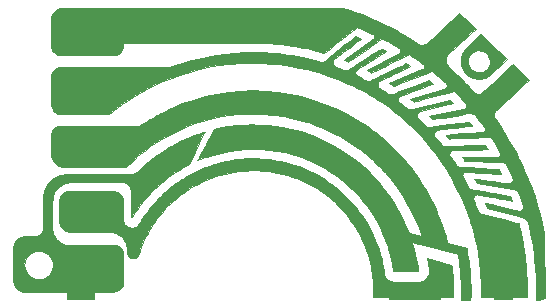
<source format=gbr>
%TF.GenerationSoftware,KiCad,Pcbnew,(6.0.7)*%
%TF.CreationDate,2023-10-07T15:25:07-05:00*%
%TF.ProjectId,Throttle Position Sensor,5468726f-7474-46c6-9520-506f73697469,rev?*%
%TF.SameCoordinates,Original*%
%TF.FileFunction,Copper,L1,Top*%
%TF.FilePolarity,Positive*%
%FSLAX46Y46*%
G04 Gerber Fmt 4.6, Leading zero omitted, Abs format (unit mm)*
G04 Created by KiCad (PCBNEW (6.0.7)) date 2023-10-07 15:25:07*
%MOMM*%
%LPD*%
G01*
G04 APERTURE LIST*
%TA.AperFunction,NonConductor*%
%ADD10C,0.001000*%
%TD*%
%TA.AperFunction,NonConductor*%
%ADD11C,0.010000*%
%TD*%
G04 APERTURE END LIST*
D10*
G36*
X146033000Y-96860000D02*
G01*
X146281000Y-96862000D01*
X146885000Y-96905000D01*
X147507000Y-96972000D01*
X148131000Y-97071000D01*
X148762000Y-97201000D01*
X149346000Y-97347000D01*
X149974000Y-97528000D01*
X151051000Y-97932000D01*
X151159000Y-97978000D01*
X151872000Y-98321000D01*
X152272000Y-98508000D01*
X153349000Y-99148000D01*
X154391000Y-99889000D01*
X154930000Y-100344000D01*
X155363000Y-100739000D01*
X155680000Y-101057000D01*
X156211000Y-101623000D01*
X156485000Y-101952000D01*
X156699000Y-102215000D01*
X157308000Y-103049000D01*
X157517000Y-103373000D01*
X158037000Y-104251000D01*
X158284000Y-104732000D01*
X158371000Y-104918000D01*
X158844000Y-106030000D01*
X159921000Y-106321000D01*
X159817000Y-106998000D01*
X159593000Y-106939000D01*
X159406000Y-106886000D01*
X159099000Y-106808000D01*
X159147000Y-106962000D01*
X159205000Y-107169000D01*
X159258000Y-107368000D01*
X159391000Y-107931000D01*
X159447000Y-108210000D01*
X159503000Y-108497000D01*
X159580000Y-108999000D01*
X159611000Y-109236000D01*
X157527000Y-109237000D01*
X157493000Y-109036000D01*
X157463000Y-108858000D01*
X157420000Y-108596000D01*
X157355000Y-108311000D01*
X157256000Y-107876000D01*
X157113000Y-107388000D01*
X157049000Y-107181000D01*
X156865000Y-106660000D01*
X156611000Y-106048000D01*
X156491000Y-105780000D01*
X156292000Y-105373000D01*
X155950000Y-104771000D01*
X155651000Y-104303000D01*
X155452000Y-103992000D01*
X155301000Y-103793000D01*
X155127000Y-103565000D01*
X154777000Y-103133000D01*
X154590000Y-102916000D01*
X154139000Y-102436000D01*
X153730000Y-102042000D01*
X153384000Y-101745000D01*
X152754000Y-101243000D01*
X152160000Y-100841000D01*
X151823000Y-100633000D01*
X151546000Y-100471000D01*
X151221000Y-100296000D01*
X150931000Y-100149000D01*
X150324000Y-99866000D01*
X149691000Y-99622000D01*
X149223000Y-99467000D01*
X148891000Y-99363000D01*
X148330000Y-99225000D01*
X147667000Y-99091000D01*
X146993000Y-98997000D01*
X146315000Y-98940000D01*
X145722000Y-98926000D01*
X145608000Y-98923000D01*
X144941000Y-98941000D01*
X144265000Y-99001000D01*
X143595000Y-99099000D01*
X142922000Y-99239000D01*
X142229000Y-99421000D01*
X141770000Y-99576000D01*
X141576000Y-99639000D01*
X141190000Y-99792000D01*
X140944000Y-99887000D01*
X141043000Y-99700000D01*
X141171000Y-99463000D01*
X141638000Y-98587000D01*
X141773000Y-98337000D01*
X142075000Y-97775000D01*
X142185000Y-97573000D01*
X142358000Y-97246000D01*
X142989000Y-97111000D01*
X143537000Y-97018000D01*
X143657000Y-96999000D01*
X144305000Y-96918000D01*
X144950000Y-96871000D01*
X145597000Y-96852000D01*
X146033000Y-96860000D01*
G37*
X146033000Y-96860000D02*
X146281000Y-96862000D01*
X146885000Y-96905000D01*
X147507000Y-96972000D01*
X148131000Y-97071000D01*
X148762000Y-97201000D01*
X149346000Y-97347000D01*
X149974000Y-97528000D01*
X151051000Y-97932000D01*
X151159000Y-97978000D01*
X151872000Y-98321000D01*
X152272000Y-98508000D01*
X153349000Y-99148000D01*
X154391000Y-99889000D01*
X154930000Y-100344000D01*
X155363000Y-100739000D01*
X155680000Y-101057000D01*
X156211000Y-101623000D01*
X156485000Y-101952000D01*
X156699000Y-102215000D01*
X157308000Y-103049000D01*
X157517000Y-103373000D01*
X158037000Y-104251000D01*
X158284000Y-104732000D01*
X158371000Y-104918000D01*
X158844000Y-106030000D01*
X159921000Y-106321000D01*
X159817000Y-106998000D01*
X159593000Y-106939000D01*
X159406000Y-106886000D01*
X159099000Y-106808000D01*
X159147000Y-106962000D01*
X159205000Y-107169000D01*
X159258000Y-107368000D01*
X159391000Y-107931000D01*
X159447000Y-108210000D01*
X159503000Y-108497000D01*
X159580000Y-108999000D01*
X159611000Y-109236000D01*
X157527000Y-109237000D01*
X157493000Y-109036000D01*
X157463000Y-108858000D01*
X157420000Y-108596000D01*
X157355000Y-108311000D01*
X157256000Y-107876000D01*
X157113000Y-107388000D01*
X157049000Y-107181000D01*
X156865000Y-106660000D01*
X156611000Y-106048000D01*
X156491000Y-105780000D01*
X156292000Y-105373000D01*
X155950000Y-104771000D01*
X155651000Y-104303000D01*
X155452000Y-103992000D01*
X155301000Y-103793000D01*
X155127000Y-103565000D01*
X154777000Y-103133000D01*
X154590000Y-102916000D01*
X154139000Y-102436000D01*
X153730000Y-102042000D01*
X153384000Y-101745000D01*
X152754000Y-101243000D01*
X152160000Y-100841000D01*
X151823000Y-100633000D01*
X151546000Y-100471000D01*
X151221000Y-100296000D01*
X150931000Y-100149000D01*
X150324000Y-99866000D01*
X149691000Y-99622000D01*
X149223000Y-99467000D01*
X148891000Y-99363000D01*
X148330000Y-99225000D01*
X147667000Y-99091000D01*
X146993000Y-98997000D01*
X146315000Y-98940000D01*
X145722000Y-98926000D01*
X145608000Y-98923000D01*
X144941000Y-98941000D01*
X144265000Y-99001000D01*
X143595000Y-99099000D01*
X142922000Y-99239000D01*
X142229000Y-99421000D01*
X141770000Y-99576000D01*
X141576000Y-99639000D01*
X141190000Y-99792000D01*
X140944000Y-99887000D01*
X141043000Y-99700000D01*
X141171000Y-99463000D01*
X141638000Y-98587000D01*
X141773000Y-98337000D01*
X142075000Y-97775000D01*
X142185000Y-97573000D01*
X142358000Y-97246000D01*
X142989000Y-97111000D01*
X143537000Y-97018000D01*
X143657000Y-96999000D01*
X144305000Y-96918000D01*
X144950000Y-96871000D01*
X145597000Y-96852000D01*
X146033000Y-96860000D01*
G36*
X164305000Y-103164000D02*
G01*
X164345000Y-103260000D01*
X164462000Y-103551000D01*
X164562000Y-103809000D01*
X164696000Y-104169000D01*
X164745000Y-104312000D01*
X165067000Y-104399000D01*
X165373000Y-104484000D01*
X166044000Y-104660000D01*
X166446000Y-104771000D01*
X166926000Y-104899000D01*
X167923000Y-105168000D01*
X168088000Y-105210000D01*
X168136000Y-105225000D01*
X168157000Y-105323000D01*
X168182000Y-105423000D01*
X168259000Y-105760000D01*
X168311000Y-105978000D01*
X168360000Y-106209000D01*
X168401000Y-106422000D01*
X168438000Y-106619000D01*
X168479000Y-106809000D01*
X168508000Y-106991000D01*
X168539000Y-107190000D01*
X168572000Y-107389000D01*
X168594000Y-107538000D01*
X168614000Y-107678000D01*
X168651000Y-107945000D01*
X168685000Y-108220000D01*
X168709000Y-108463000D01*
X168732000Y-108678000D01*
X168753000Y-108921000D01*
X168776000Y-109208000D01*
X168791000Y-109418000D01*
X168802000Y-109586000D01*
X168816000Y-109833000D01*
X168822000Y-110021000D01*
X168830000Y-110250000D01*
X168836000Y-110508000D01*
X168842000Y-110709000D01*
X168840000Y-110877000D01*
X168837000Y-111128000D01*
X168831000Y-111484000D01*
X167547000Y-111488000D01*
X167547000Y-111672000D01*
X166022000Y-111670000D01*
X166022000Y-111497000D01*
X165797000Y-111483000D01*
X165572000Y-111472000D01*
X165159000Y-111447000D01*
X164939000Y-111434000D01*
X164938000Y-111277000D01*
X164946000Y-110819000D01*
X164937000Y-110512000D01*
X164920000Y-109985000D01*
X164907000Y-109749000D01*
X164892000Y-109492000D01*
X164879000Y-109297000D01*
X164860000Y-109102000D01*
X164845000Y-108970000D01*
X164825000Y-108795000D01*
X164781000Y-108435000D01*
X164765000Y-108287000D01*
X164705000Y-107873000D01*
X164669000Y-107666000D01*
X164500000Y-106799000D01*
X164467000Y-106646000D01*
X164334000Y-106092000D01*
X164288000Y-105912000D01*
X164250000Y-105779000D01*
X164100000Y-105245000D01*
X164039000Y-105074000D01*
X163993000Y-104931000D01*
X163780000Y-104306000D01*
X163684000Y-104046000D01*
X163614000Y-103866000D01*
X163512000Y-103624000D01*
X163460000Y-103497000D01*
X163454000Y-103478000D01*
X163443000Y-103449000D01*
X164289000Y-103126000D01*
X164305000Y-103164000D01*
G37*
X164305000Y-103164000D02*
X164345000Y-103260000D01*
X164462000Y-103551000D01*
X164562000Y-103809000D01*
X164696000Y-104169000D01*
X164745000Y-104312000D01*
X165067000Y-104399000D01*
X165373000Y-104484000D01*
X166044000Y-104660000D01*
X166446000Y-104771000D01*
X166926000Y-104899000D01*
X167923000Y-105168000D01*
X168088000Y-105210000D01*
X168136000Y-105225000D01*
X168157000Y-105323000D01*
X168182000Y-105423000D01*
X168259000Y-105760000D01*
X168311000Y-105978000D01*
X168360000Y-106209000D01*
X168401000Y-106422000D01*
X168438000Y-106619000D01*
X168479000Y-106809000D01*
X168508000Y-106991000D01*
X168539000Y-107190000D01*
X168572000Y-107389000D01*
X168594000Y-107538000D01*
X168614000Y-107678000D01*
X168651000Y-107945000D01*
X168685000Y-108220000D01*
X168709000Y-108463000D01*
X168732000Y-108678000D01*
X168753000Y-108921000D01*
X168776000Y-109208000D01*
X168791000Y-109418000D01*
X168802000Y-109586000D01*
X168816000Y-109833000D01*
X168822000Y-110021000D01*
X168830000Y-110250000D01*
X168836000Y-110508000D01*
X168842000Y-110709000D01*
X168840000Y-110877000D01*
X168837000Y-111128000D01*
X168831000Y-111484000D01*
X167547000Y-111488000D01*
X167547000Y-111672000D01*
X166022000Y-111670000D01*
X166022000Y-111497000D01*
X165797000Y-111483000D01*
X165572000Y-111472000D01*
X165159000Y-111447000D01*
X164939000Y-111434000D01*
X164938000Y-111277000D01*
X164946000Y-110819000D01*
X164937000Y-110512000D01*
X164920000Y-109985000D01*
X164907000Y-109749000D01*
X164892000Y-109492000D01*
X164879000Y-109297000D01*
X164860000Y-109102000D01*
X164845000Y-108970000D01*
X164825000Y-108795000D01*
X164781000Y-108435000D01*
X164765000Y-108287000D01*
X164705000Y-107873000D01*
X164669000Y-107666000D01*
X164500000Y-106799000D01*
X164467000Y-106646000D01*
X164334000Y-106092000D01*
X164288000Y-105912000D01*
X164250000Y-105779000D01*
X164100000Y-105245000D01*
X164039000Y-105074000D01*
X163993000Y-104931000D01*
X163780000Y-104306000D01*
X163684000Y-104046000D01*
X163614000Y-103866000D01*
X163512000Y-103624000D01*
X163460000Y-103497000D01*
X163454000Y-103478000D01*
X163443000Y-103449000D01*
X164289000Y-103126000D01*
X164305000Y-103164000D01*
G36*
X145749000Y-99719000D02*
G01*
X145963000Y-99722000D01*
X146113000Y-99725000D01*
X146357000Y-99739000D01*
X146598000Y-99756000D01*
X146897000Y-99783000D01*
X147066000Y-99804000D01*
X147380000Y-99847000D01*
X147754000Y-99912000D01*
X148049000Y-99975000D01*
X148313000Y-100030000D01*
X148608000Y-100109000D01*
X148848000Y-100180000D01*
X149424000Y-100366000D01*
X149774000Y-100498000D01*
X150067000Y-100614000D01*
X150302000Y-100723000D01*
X150587000Y-100858000D01*
X150880000Y-101002000D01*
X151328000Y-101257000D01*
X151582000Y-101414000D01*
X151730000Y-101508000D01*
X151876000Y-101601000D01*
X152041000Y-101723000D01*
X152254000Y-101871000D01*
X152417000Y-101996000D01*
X152593000Y-102118000D01*
X152739000Y-102256000D01*
X153045000Y-102501000D01*
X153263000Y-102704000D01*
X153453000Y-102879000D01*
X153635000Y-103064000D01*
X153874000Y-103305000D01*
X154047000Y-103514000D01*
X154207000Y-103693000D01*
X154362000Y-103863000D01*
X154565000Y-104141000D01*
X154716000Y-104341000D01*
X154842000Y-104511000D01*
X155192000Y-105059000D01*
X155355000Y-105316000D01*
X155483000Y-105545000D01*
X155756000Y-106079000D01*
X155837000Y-106254000D01*
X155929000Y-106460000D01*
X155993000Y-106615000D01*
X156107000Y-106888000D01*
X156209000Y-107173000D01*
X156316000Y-107488000D01*
X156412000Y-107793000D01*
X156535000Y-108266000D01*
X156606000Y-108583000D01*
X156675000Y-108945000D01*
X156732000Y-109294000D01*
X156752000Y-109453000D01*
X156771000Y-109569000D01*
X156809000Y-109670000D01*
X156858000Y-109764000D01*
X156925000Y-109853000D01*
X156988000Y-109933000D01*
X157072000Y-110002000D01*
X157163000Y-110061000D01*
X157228000Y-110096000D01*
X157308000Y-110127000D01*
X157393000Y-110146000D01*
X157467000Y-110157000D01*
X157522000Y-110161000D01*
X159768000Y-110188000D01*
X159921000Y-110149000D01*
X160017000Y-110108000D01*
X160131000Y-110045000D01*
X160230000Y-109970000D01*
X160302000Y-109900000D01*
X160380000Y-109808000D01*
X160415000Y-109745000D01*
X160479000Y-109624000D01*
X160519000Y-109502000D01*
X160538000Y-109405000D01*
X160547000Y-109312000D01*
X160547000Y-109197000D01*
X160536000Y-109113000D01*
X160379000Y-108151000D01*
X162452000Y-108763000D01*
X162465000Y-108877000D01*
X162487000Y-109065000D01*
X162497000Y-109160000D01*
X162550000Y-109805000D01*
X162560000Y-109932000D01*
X162567000Y-110063000D01*
X162585000Y-110720000D01*
X162587000Y-110841000D01*
X162588000Y-110933000D01*
X162579000Y-111433000D01*
X161484000Y-111434000D01*
X161484000Y-111669000D01*
X157149000Y-111670000D01*
X157148000Y-111433000D01*
X155816000Y-111433000D01*
X155816000Y-111308000D01*
X155821000Y-111158000D01*
X155827000Y-111006000D01*
X155820000Y-110624000D01*
X155813000Y-110388000D01*
X155803000Y-110216000D01*
X155791000Y-110049000D01*
X155764000Y-109793000D01*
X155747000Y-109620000D01*
X155730000Y-109503000D01*
X155699000Y-109310000D01*
X155681000Y-109177000D01*
X155658000Y-109055000D01*
X155606000Y-108804000D01*
X155571000Y-108620000D01*
X155549000Y-108543000D01*
X155454000Y-108163000D01*
X155377000Y-107921000D01*
X155298000Y-107659000D01*
X155241000Y-107509000D01*
X155112000Y-107149000D01*
X154962000Y-106795000D01*
X154817000Y-106468000D01*
X154691000Y-106220000D01*
X154564000Y-106001000D01*
X154446000Y-105792000D01*
X154134000Y-105285000D01*
X153985000Y-105071000D01*
X153897000Y-104945000D01*
X153674000Y-104655000D01*
X153522000Y-104456000D01*
X153374000Y-104284000D01*
X153024000Y-103893000D01*
X152793000Y-103665000D01*
X152564000Y-103443000D01*
X152301000Y-103210000D01*
X152068000Y-103010000D01*
X151851000Y-102839000D01*
X151629000Y-102673000D01*
X151474000Y-102563000D01*
X151166000Y-102356000D01*
X150861000Y-102161000D01*
X150572000Y-102002000D01*
X150243000Y-101821000D01*
X149891000Y-101656000D01*
X149327000Y-101421000D01*
X148964000Y-101284000D01*
X148546000Y-101152000D01*
X148144000Y-101046000D01*
X147711000Y-100945000D01*
X147338000Y-100875000D01*
X146881000Y-100811000D01*
X146405000Y-100767000D01*
X146075000Y-100746000D01*
X145771000Y-100743000D01*
X145533000Y-100736000D01*
X144963000Y-100761000D01*
X144673000Y-100782000D01*
X144355000Y-100821000D01*
X144042000Y-100866000D01*
X143255000Y-101025000D01*
X142876000Y-101121000D01*
X142468000Y-101251000D01*
X142124000Y-101373000D01*
X141711000Y-101537000D01*
X141456000Y-101650000D01*
X141232000Y-101757000D01*
X141155000Y-101790000D01*
X140657000Y-100897000D01*
X140764000Y-100844000D01*
X140943000Y-100762000D01*
X141082000Y-100693000D01*
X141286000Y-100608000D01*
X141565000Y-100493000D01*
X141741000Y-100427000D01*
X141901000Y-100366000D01*
X142155000Y-100279000D01*
X142326000Y-100225000D01*
X142464000Y-100182000D01*
X142749000Y-100101000D01*
X142936000Y-100052000D01*
X143117000Y-100008000D01*
X143309000Y-99969000D01*
X143550000Y-99915000D01*
X143776000Y-99877000D01*
X143948000Y-99846000D01*
X144157000Y-99819000D01*
X144400000Y-99786000D01*
X144776000Y-99750000D01*
X144984000Y-99736000D01*
X145275000Y-99724000D01*
X145508000Y-99717000D01*
X145749000Y-99719000D01*
G37*
X145749000Y-99719000D02*
X145963000Y-99722000D01*
X146113000Y-99725000D01*
X146357000Y-99739000D01*
X146598000Y-99756000D01*
X146897000Y-99783000D01*
X147066000Y-99804000D01*
X147380000Y-99847000D01*
X147754000Y-99912000D01*
X148049000Y-99975000D01*
X148313000Y-100030000D01*
X148608000Y-100109000D01*
X148848000Y-100180000D01*
X149424000Y-100366000D01*
X149774000Y-100498000D01*
X150067000Y-100614000D01*
X150302000Y-100723000D01*
X150587000Y-100858000D01*
X150880000Y-101002000D01*
X151328000Y-101257000D01*
X151582000Y-101414000D01*
X151730000Y-101508000D01*
X151876000Y-101601000D01*
X152041000Y-101723000D01*
X152254000Y-101871000D01*
X152417000Y-101996000D01*
X152593000Y-102118000D01*
X152739000Y-102256000D01*
X153045000Y-102501000D01*
X153263000Y-102704000D01*
X153453000Y-102879000D01*
X153635000Y-103064000D01*
X153874000Y-103305000D01*
X154047000Y-103514000D01*
X154207000Y-103693000D01*
X154362000Y-103863000D01*
X154565000Y-104141000D01*
X154716000Y-104341000D01*
X154842000Y-104511000D01*
X155192000Y-105059000D01*
X155355000Y-105316000D01*
X155483000Y-105545000D01*
X155756000Y-106079000D01*
X155837000Y-106254000D01*
X155929000Y-106460000D01*
X155993000Y-106615000D01*
X156107000Y-106888000D01*
X156209000Y-107173000D01*
X156316000Y-107488000D01*
X156412000Y-107793000D01*
X156535000Y-108266000D01*
X156606000Y-108583000D01*
X156675000Y-108945000D01*
X156732000Y-109294000D01*
X156752000Y-109453000D01*
X156771000Y-109569000D01*
X156809000Y-109670000D01*
X156858000Y-109764000D01*
X156925000Y-109853000D01*
X156988000Y-109933000D01*
X157072000Y-110002000D01*
X157163000Y-110061000D01*
X157228000Y-110096000D01*
X157308000Y-110127000D01*
X157393000Y-110146000D01*
X157467000Y-110157000D01*
X157522000Y-110161000D01*
X159768000Y-110188000D01*
X159921000Y-110149000D01*
X160017000Y-110108000D01*
X160131000Y-110045000D01*
X160230000Y-109970000D01*
X160302000Y-109900000D01*
X160380000Y-109808000D01*
X160415000Y-109745000D01*
X160479000Y-109624000D01*
X160519000Y-109502000D01*
X160538000Y-109405000D01*
X160547000Y-109312000D01*
X160547000Y-109197000D01*
X160536000Y-109113000D01*
X160379000Y-108151000D01*
X162452000Y-108763000D01*
X162465000Y-108877000D01*
X162487000Y-109065000D01*
X162497000Y-109160000D01*
X162550000Y-109805000D01*
X162560000Y-109932000D01*
X162567000Y-110063000D01*
X162585000Y-110720000D01*
X162587000Y-110841000D01*
X162588000Y-110933000D01*
X162579000Y-111433000D01*
X161484000Y-111434000D01*
X161484000Y-111669000D01*
X157149000Y-111670000D01*
X157148000Y-111433000D01*
X155816000Y-111433000D01*
X155816000Y-111308000D01*
X155821000Y-111158000D01*
X155827000Y-111006000D01*
X155820000Y-110624000D01*
X155813000Y-110388000D01*
X155803000Y-110216000D01*
X155791000Y-110049000D01*
X155764000Y-109793000D01*
X155747000Y-109620000D01*
X155730000Y-109503000D01*
X155699000Y-109310000D01*
X155681000Y-109177000D01*
X155658000Y-109055000D01*
X155606000Y-108804000D01*
X155571000Y-108620000D01*
X155549000Y-108543000D01*
X155454000Y-108163000D01*
X155377000Y-107921000D01*
X155298000Y-107659000D01*
X155241000Y-107509000D01*
X155112000Y-107149000D01*
X154962000Y-106795000D01*
X154817000Y-106468000D01*
X154691000Y-106220000D01*
X154564000Y-106001000D01*
X154446000Y-105792000D01*
X154134000Y-105285000D01*
X153985000Y-105071000D01*
X153897000Y-104945000D01*
X153674000Y-104655000D01*
X153522000Y-104456000D01*
X153374000Y-104284000D01*
X153024000Y-103893000D01*
X152793000Y-103665000D01*
X152564000Y-103443000D01*
X152301000Y-103210000D01*
X152068000Y-103010000D01*
X151851000Y-102839000D01*
X151629000Y-102673000D01*
X151474000Y-102563000D01*
X151166000Y-102356000D01*
X150861000Y-102161000D01*
X150572000Y-102002000D01*
X150243000Y-101821000D01*
X149891000Y-101656000D01*
X149327000Y-101421000D01*
X148964000Y-101284000D01*
X148546000Y-101152000D01*
X148144000Y-101046000D01*
X147711000Y-100945000D01*
X147338000Y-100875000D01*
X146881000Y-100811000D01*
X146405000Y-100767000D01*
X146075000Y-100746000D01*
X145771000Y-100743000D01*
X145533000Y-100736000D01*
X144963000Y-100761000D01*
X144673000Y-100782000D01*
X144355000Y-100821000D01*
X144042000Y-100866000D01*
X143255000Y-101025000D01*
X142876000Y-101121000D01*
X142468000Y-101251000D01*
X142124000Y-101373000D01*
X141711000Y-101537000D01*
X141456000Y-101650000D01*
X141232000Y-101757000D01*
X141155000Y-101790000D01*
X140657000Y-100897000D01*
X140764000Y-100844000D01*
X140943000Y-100762000D01*
X141082000Y-100693000D01*
X141286000Y-100608000D01*
X141565000Y-100493000D01*
X141741000Y-100427000D01*
X141901000Y-100366000D01*
X142155000Y-100279000D01*
X142326000Y-100225000D01*
X142464000Y-100182000D01*
X142749000Y-100101000D01*
X142936000Y-100052000D01*
X143117000Y-100008000D01*
X143309000Y-99969000D01*
X143550000Y-99915000D01*
X143776000Y-99877000D01*
X143948000Y-99846000D01*
X144157000Y-99819000D01*
X144400000Y-99786000D01*
X144776000Y-99750000D01*
X144984000Y-99736000D01*
X145275000Y-99724000D01*
X145508000Y-99717000D01*
X145749000Y-99719000D01*
G36*
X153872000Y-87159000D02*
G01*
X154240000Y-87293000D01*
X154557000Y-87411000D01*
X154893000Y-87537000D01*
X154424000Y-88611000D01*
X154250000Y-88748000D01*
X154083000Y-88886000D01*
X153603000Y-89274000D01*
X153257000Y-89552000D01*
X152704000Y-89997000D01*
X152267000Y-90349000D01*
X151952000Y-90599000D01*
X151698000Y-90808000D01*
X151536000Y-90764000D01*
X151419000Y-90729000D01*
X150963000Y-90604000D01*
X150460000Y-90481000D01*
X150194000Y-90417000D01*
X149862000Y-90347000D01*
X149472000Y-90270000D01*
X149317000Y-90243000D01*
X149090000Y-90206000D01*
X148440000Y-90106000D01*
X148132000Y-90070000D01*
X147937000Y-90043000D01*
X147523000Y-90006000D01*
X147184000Y-89972000D01*
X146362000Y-89933000D01*
X145672000Y-89920000D01*
X134664000Y-89920000D01*
X134666000Y-90143000D01*
X134660000Y-90227000D01*
X134641000Y-90345000D01*
X134583000Y-90490000D01*
X134493000Y-90643000D01*
X134465000Y-90686000D01*
X134361000Y-90791000D01*
X134249000Y-90867000D01*
X134128000Y-90936000D01*
X134005000Y-90976000D01*
X133863000Y-90998000D01*
X133809000Y-91000000D01*
X129389000Y-91001000D01*
X129298000Y-91003000D01*
X129133000Y-90978000D01*
X128993000Y-90917000D01*
X128871000Y-90842000D01*
X128764000Y-90744000D01*
X128672000Y-90614000D01*
X128637000Y-90557000D01*
X128606000Y-90480000D01*
X128580000Y-90400000D01*
X128562000Y-90317000D01*
X128556000Y-90234000D01*
X128556000Y-90170000D01*
X128559000Y-90144000D01*
X128556000Y-87965000D01*
X128560000Y-87864000D01*
X128591000Y-87705000D01*
X128636000Y-87571000D01*
X128730000Y-87398000D01*
X128811000Y-87300000D01*
X128903000Y-87207000D01*
X129013000Y-87124000D01*
X129086000Y-87079000D01*
X129166000Y-87040000D01*
X129262000Y-87005000D01*
X129359000Y-86981000D01*
X129457000Y-86965000D01*
X129549000Y-86961000D01*
X153271000Y-86958000D01*
X153872000Y-87159000D01*
G37*
X153872000Y-87159000D02*
X154240000Y-87293000D01*
X154557000Y-87411000D01*
X154893000Y-87537000D01*
X154424000Y-88611000D01*
X154250000Y-88748000D01*
X154083000Y-88886000D01*
X153603000Y-89274000D01*
X153257000Y-89552000D01*
X152704000Y-89997000D01*
X152267000Y-90349000D01*
X151952000Y-90599000D01*
X151698000Y-90808000D01*
X151536000Y-90764000D01*
X151419000Y-90729000D01*
X150963000Y-90604000D01*
X150460000Y-90481000D01*
X150194000Y-90417000D01*
X149862000Y-90347000D01*
X149472000Y-90270000D01*
X149317000Y-90243000D01*
X149090000Y-90206000D01*
X148440000Y-90106000D01*
X148132000Y-90070000D01*
X147937000Y-90043000D01*
X147523000Y-90006000D01*
X147184000Y-89972000D01*
X146362000Y-89933000D01*
X145672000Y-89920000D01*
X134664000Y-89920000D01*
X134666000Y-90143000D01*
X134660000Y-90227000D01*
X134641000Y-90345000D01*
X134583000Y-90490000D01*
X134493000Y-90643000D01*
X134465000Y-90686000D01*
X134361000Y-90791000D01*
X134249000Y-90867000D01*
X134128000Y-90936000D01*
X134005000Y-90976000D01*
X133863000Y-90998000D01*
X133809000Y-91000000D01*
X129389000Y-91001000D01*
X129298000Y-91003000D01*
X129133000Y-90978000D01*
X128993000Y-90917000D01*
X128871000Y-90842000D01*
X128764000Y-90744000D01*
X128672000Y-90614000D01*
X128637000Y-90557000D01*
X128606000Y-90480000D01*
X128580000Y-90400000D01*
X128562000Y-90317000D01*
X128556000Y-90234000D01*
X128556000Y-90170000D01*
X128559000Y-90144000D01*
X128556000Y-87965000D01*
X128560000Y-87864000D01*
X128591000Y-87705000D01*
X128636000Y-87571000D01*
X128730000Y-87398000D01*
X128811000Y-87300000D01*
X128903000Y-87207000D01*
X129013000Y-87124000D01*
X129086000Y-87079000D01*
X129166000Y-87040000D01*
X129262000Y-87005000D01*
X129359000Y-86981000D01*
X129457000Y-86965000D01*
X129549000Y-86961000D01*
X153271000Y-86958000D01*
X153872000Y-87159000D01*
G36*
X158433000Y-89797000D02*
G01*
X161496000Y-91868000D01*
X163780000Y-94487000D01*
X165592000Y-96511000D01*
X165341000Y-97178000D01*
X165274000Y-97148000D01*
X165238000Y-97094000D01*
X165127000Y-96940000D01*
X165067000Y-96855000D01*
X164989000Y-96751000D01*
X164883000Y-96608000D01*
X164659000Y-96312000D01*
X164449000Y-96040000D01*
X164410000Y-95988000D01*
X164370000Y-95968000D01*
X164252000Y-95938000D01*
X164145000Y-95915000D01*
X163990000Y-95901000D01*
X163862000Y-95903000D01*
X163788000Y-95910000D01*
X163542000Y-95955000D01*
X163224000Y-96012000D01*
X161729000Y-96270000D01*
X161310000Y-96343000D01*
X160850000Y-96427000D01*
X160719000Y-96287000D01*
X160571000Y-96141000D01*
X163455000Y-95578000D01*
X163499000Y-95568000D01*
X163548000Y-95546000D01*
X163599000Y-95513000D01*
X163639000Y-95473000D01*
X163670000Y-95434000D01*
X163697000Y-95385000D01*
X163724000Y-95323000D01*
X163732000Y-95275000D01*
X163734000Y-95227000D01*
X163728000Y-95174000D01*
X163708000Y-95147000D01*
X163511000Y-94926000D01*
X163383000Y-94785000D01*
X163260000Y-94646000D01*
X162930000Y-94298000D01*
X162815000Y-94178000D01*
X162695000Y-94055000D01*
X162125000Y-94195000D01*
X161687000Y-94305000D01*
X160659000Y-94561000D01*
X160036000Y-94717000D01*
X159600000Y-94827000D01*
X159351000Y-94888000D01*
X159250000Y-94914000D01*
X159182000Y-94861000D01*
X159083000Y-94775000D01*
X158975000Y-94682000D01*
X161814000Y-93870000D01*
X161842000Y-93860000D01*
X161901000Y-93830000D01*
X161944000Y-93794000D01*
X161982000Y-93752000D01*
X162018000Y-93697000D01*
X162054000Y-93583000D01*
X162055000Y-93531000D01*
X162049000Y-93473000D01*
X162032000Y-93414000D01*
X162004000Y-93386000D01*
X161766000Y-93170000D01*
X161664000Y-93078000D01*
X161389000Y-92832000D01*
X161284000Y-92741000D01*
X161157000Y-92634000D01*
X161004000Y-92508000D01*
X160931000Y-92446000D01*
X160833000Y-92364000D01*
X160779000Y-92320000D01*
X160521000Y-92423000D01*
X160181000Y-92554000D01*
X158316000Y-93296000D01*
X158123000Y-93373000D01*
X157931000Y-93451000D01*
X157614000Y-93574000D01*
X157538000Y-93606000D01*
X157493000Y-93575000D01*
X157434000Y-93537000D01*
X157327000Y-93464000D01*
X157217000Y-93390000D01*
X157185000Y-93368000D01*
X159984000Y-92199000D01*
X160027000Y-92172000D01*
X160064000Y-92139000D01*
X160103000Y-92079000D01*
X160128000Y-92025000D01*
X160138000Y-91944000D01*
X160131000Y-91884000D01*
X160112000Y-91824000D01*
X160088000Y-91780000D01*
X159901000Y-91637000D01*
X159776000Y-91547000D01*
X159623000Y-91436000D01*
X159067000Y-91052000D01*
X158943000Y-90965000D01*
X158843000Y-90900000D01*
X158710000Y-90966000D01*
X158505000Y-91068000D01*
X158248000Y-91194000D01*
X157858000Y-91389000D01*
X157264000Y-91685000D01*
X156900000Y-91863000D01*
X156022000Y-92301000D01*
X155898000Y-92363000D01*
X155682000Y-92470000D01*
X155484000Y-92362000D01*
X155354000Y-92295000D01*
X155280000Y-92257000D01*
X157891000Y-90910000D01*
X157955000Y-90881000D01*
X158004000Y-90839000D01*
X158065000Y-90760000D01*
X158085000Y-90719000D01*
X158099000Y-90656000D01*
X158101000Y-90579000D01*
X158085000Y-90500000D01*
X158066000Y-90458000D01*
X158038000Y-90417000D01*
X158013000Y-90386000D01*
X157985000Y-90362000D01*
X157883000Y-90298000D01*
X157752000Y-90225000D01*
X157620000Y-90145000D01*
X157463000Y-90056000D01*
X157129000Y-89872000D01*
X157052000Y-89830000D01*
X156954000Y-89776000D01*
X156663000Y-89623000D01*
X156607000Y-89595000D01*
X156509000Y-89661000D01*
X156270000Y-89820000D01*
X155642000Y-90247000D01*
X155481000Y-90355000D01*
X154220000Y-91210000D01*
X154094000Y-91294000D01*
X153905000Y-91422000D01*
X153813000Y-91484000D01*
X153735000Y-91536000D01*
X153604000Y-91483000D01*
X153407000Y-91402000D01*
X153336000Y-91375000D01*
X155829000Y-89611000D01*
X155862000Y-89582000D01*
X155894000Y-89530000D01*
X155920000Y-89477000D01*
X155923000Y-89425000D01*
X155917000Y-89343000D01*
X155888000Y-89284000D01*
X155847000Y-89233000D01*
X155807000Y-89202000D01*
X155723000Y-89164000D01*
X155590000Y-89104000D01*
X155391000Y-89013000D01*
X155240000Y-88949000D01*
X155138000Y-88900000D01*
X155069000Y-88872000D01*
X154942000Y-88814000D01*
X155224000Y-88328000D01*
X158433000Y-89797000D01*
G37*
X158433000Y-89797000D02*
X161496000Y-91868000D01*
X163780000Y-94487000D01*
X165592000Y-96511000D01*
X165341000Y-97178000D01*
X165274000Y-97148000D01*
X165238000Y-97094000D01*
X165127000Y-96940000D01*
X165067000Y-96855000D01*
X164989000Y-96751000D01*
X164883000Y-96608000D01*
X164659000Y-96312000D01*
X164449000Y-96040000D01*
X164410000Y-95988000D01*
X164370000Y-95968000D01*
X164252000Y-95938000D01*
X164145000Y-95915000D01*
X163990000Y-95901000D01*
X163862000Y-95903000D01*
X163788000Y-95910000D01*
X163542000Y-95955000D01*
X163224000Y-96012000D01*
X161729000Y-96270000D01*
X161310000Y-96343000D01*
X160850000Y-96427000D01*
X160719000Y-96287000D01*
X160571000Y-96141000D01*
X163455000Y-95578000D01*
X163499000Y-95568000D01*
X163548000Y-95546000D01*
X163599000Y-95513000D01*
X163639000Y-95473000D01*
X163670000Y-95434000D01*
X163697000Y-95385000D01*
X163724000Y-95323000D01*
X163732000Y-95275000D01*
X163734000Y-95227000D01*
X163728000Y-95174000D01*
X163708000Y-95147000D01*
X163511000Y-94926000D01*
X163383000Y-94785000D01*
X163260000Y-94646000D01*
X162930000Y-94298000D01*
X162815000Y-94178000D01*
X162695000Y-94055000D01*
X162125000Y-94195000D01*
X161687000Y-94305000D01*
X160659000Y-94561000D01*
X160036000Y-94717000D01*
X159600000Y-94827000D01*
X159351000Y-94888000D01*
X159250000Y-94914000D01*
X159182000Y-94861000D01*
X159083000Y-94775000D01*
X158975000Y-94682000D01*
X161814000Y-93870000D01*
X161842000Y-93860000D01*
X161901000Y-93830000D01*
X161944000Y-93794000D01*
X161982000Y-93752000D01*
X162018000Y-93697000D01*
X162054000Y-93583000D01*
X162055000Y-93531000D01*
X162049000Y-93473000D01*
X162032000Y-93414000D01*
X162004000Y-93386000D01*
X161766000Y-93170000D01*
X161664000Y-93078000D01*
X161389000Y-92832000D01*
X161284000Y-92741000D01*
X161157000Y-92634000D01*
X161004000Y-92508000D01*
X160931000Y-92446000D01*
X160833000Y-92364000D01*
X160779000Y-92320000D01*
X160521000Y-92423000D01*
X160181000Y-92554000D01*
X158316000Y-93296000D01*
X158123000Y-93373000D01*
X157931000Y-93451000D01*
X157614000Y-93574000D01*
X157538000Y-93606000D01*
X157493000Y-93575000D01*
X157434000Y-93537000D01*
X157327000Y-93464000D01*
X157217000Y-93390000D01*
X157185000Y-93368000D01*
X159984000Y-92199000D01*
X160027000Y-92172000D01*
X160064000Y-92139000D01*
X160103000Y-92079000D01*
X160128000Y-92025000D01*
X160138000Y-91944000D01*
X160131000Y-91884000D01*
X160112000Y-91824000D01*
X160088000Y-91780000D01*
X159901000Y-91637000D01*
X159776000Y-91547000D01*
X159623000Y-91436000D01*
X159067000Y-91052000D01*
X158943000Y-90965000D01*
X158843000Y-90900000D01*
X158710000Y-90966000D01*
X158505000Y-91068000D01*
X158248000Y-91194000D01*
X157858000Y-91389000D01*
X157264000Y-91685000D01*
X156900000Y-91863000D01*
X156022000Y-92301000D01*
X155898000Y-92363000D01*
X155682000Y-92470000D01*
X155484000Y-92362000D01*
X155354000Y-92295000D01*
X155280000Y-92257000D01*
X157891000Y-90910000D01*
X157955000Y-90881000D01*
X158004000Y-90839000D01*
X158065000Y-90760000D01*
X158085000Y-90719000D01*
X158099000Y-90656000D01*
X158101000Y-90579000D01*
X158085000Y-90500000D01*
X158066000Y-90458000D01*
X158038000Y-90417000D01*
X158013000Y-90386000D01*
X157985000Y-90362000D01*
X157883000Y-90298000D01*
X157752000Y-90225000D01*
X157620000Y-90145000D01*
X157463000Y-90056000D01*
X157129000Y-89872000D01*
X157052000Y-89830000D01*
X156954000Y-89776000D01*
X156663000Y-89623000D01*
X156607000Y-89595000D01*
X156509000Y-89661000D01*
X156270000Y-89820000D01*
X155642000Y-90247000D01*
X155481000Y-90355000D01*
X154220000Y-91210000D01*
X154094000Y-91294000D01*
X153905000Y-91422000D01*
X153813000Y-91484000D01*
X153735000Y-91536000D01*
X153604000Y-91483000D01*
X153407000Y-91402000D01*
X153336000Y-91375000D01*
X155829000Y-89611000D01*
X155862000Y-89582000D01*
X155894000Y-89530000D01*
X155920000Y-89477000D01*
X155923000Y-89425000D01*
X155917000Y-89343000D01*
X155888000Y-89284000D01*
X155847000Y-89233000D01*
X155807000Y-89202000D01*
X155723000Y-89164000D01*
X155590000Y-89104000D01*
X155391000Y-89013000D01*
X155240000Y-88949000D01*
X155138000Y-88900000D01*
X155069000Y-88872000D01*
X154942000Y-88814000D01*
X155224000Y-88328000D01*
X158433000Y-89797000D01*
G36*
X141166000Y-101784000D02*
G01*
X140834000Y-101957000D01*
X140568000Y-102102000D01*
X140351000Y-102237000D01*
X139977000Y-102470000D01*
X139773000Y-102616000D01*
X139585000Y-102749000D01*
X139425000Y-102878000D01*
X139270000Y-102997000D01*
X139095000Y-103143000D01*
X138938000Y-103272000D01*
X138819000Y-103386000D01*
X138727000Y-103465000D01*
X138403000Y-103784000D01*
X138229000Y-103960000D01*
X138076000Y-104134000D01*
X137920000Y-104310000D01*
X137777000Y-104483000D01*
X137668000Y-104615000D01*
X137566000Y-104749000D01*
X137476000Y-104871000D01*
X137373000Y-105007000D01*
X137254000Y-105181000D01*
X137122000Y-105377000D01*
X136976000Y-105613000D01*
X136851000Y-105821000D01*
X136741000Y-106026000D01*
X136637000Y-106217000D01*
X136546000Y-106400000D01*
X136450000Y-106590000D01*
X136337000Y-106845000D01*
X136193000Y-107196000D01*
X136074000Y-107517000D01*
X135972000Y-107807000D01*
X135934000Y-107922000D01*
X135880000Y-107997000D01*
X135831000Y-108046000D01*
X135772000Y-108086000D01*
X135714000Y-108119000D01*
X135641000Y-108145000D01*
X135572000Y-108161000D01*
X135508000Y-108166000D01*
X135432000Y-108165000D01*
X135352000Y-108145000D01*
X135268000Y-108120000D01*
X135195000Y-108077000D01*
X135101000Y-107993000D01*
X135035000Y-107899000D01*
X134989000Y-107798000D01*
X134973000Y-107701000D01*
X134969000Y-107651000D01*
X134976000Y-107594000D01*
X134981000Y-107503000D01*
X134974000Y-107411000D01*
X134961000Y-107245000D01*
X134928000Y-107104000D01*
X134871000Y-106912000D01*
X134822000Y-106808000D01*
X134749000Y-106675000D01*
X134679000Y-106572000D01*
X134606000Y-106482000D01*
X134538000Y-106404000D01*
X134455000Y-106329000D01*
X134347000Y-106242000D01*
X134257000Y-106176000D01*
X134171000Y-106127000D01*
X134079000Y-106076000D01*
X133905000Y-106012000D01*
X133835000Y-105989000D01*
X133748000Y-105968000D01*
X133687000Y-105955000D01*
X133676000Y-105955000D01*
X130149000Y-105957000D01*
X130053000Y-105947000D01*
X129976000Y-105931000D01*
X129897000Y-105916000D01*
X129847000Y-105896000D01*
X129769000Y-105863000D01*
X129696000Y-105821000D01*
X129618000Y-105771000D01*
X129551000Y-105714000D01*
X129470000Y-105638000D01*
X129422000Y-105578000D01*
X129381000Y-105518000D01*
X129340000Y-105452000D01*
X129301000Y-105370000D01*
X129276000Y-105288000D01*
X129251000Y-105204000D01*
X129240000Y-105133000D01*
X129231000Y-105065000D01*
X129230000Y-105045000D01*
X129230000Y-103369000D01*
X129232000Y-103296000D01*
X129240000Y-103224000D01*
X129256000Y-103149000D01*
X129282000Y-103059000D01*
X129319000Y-102971000D01*
X129379000Y-102868000D01*
X129443000Y-102788000D01*
X129521000Y-102707000D01*
X129614000Y-102637000D01*
X129685000Y-102596000D01*
X129768000Y-102552000D01*
X129865000Y-102519000D01*
X129939000Y-102501000D01*
X130010000Y-102490000D01*
X130076000Y-102487000D01*
X133829000Y-102487000D01*
X133895000Y-102491000D01*
X134006000Y-102510000D01*
X134094000Y-102538000D01*
X134188000Y-102578000D01*
X134263000Y-102621000D01*
X134333000Y-102672000D01*
X134406000Y-102734000D01*
X134465000Y-102794000D01*
X134516000Y-102865000D01*
X134558000Y-102935000D01*
X134591000Y-103002000D01*
X134626000Y-103082000D01*
X134646000Y-103155000D01*
X134657000Y-103216000D01*
X134663000Y-103255000D01*
X134667000Y-104927000D01*
X134669000Y-104975000D01*
X134678000Y-105031000D01*
X134701000Y-105105000D01*
X134721000Y-105165000D01*
X134764000Y-105241000D01*
X134828000Y-105330000D01*
X134878000Y-105382000D01*
X134933000Y-105432000D01*
X134995000Y-105475000D01*
X135053000Y-105510000D01*
X135120000Y-105538000D01*
X135216000Y-105572000D01*
X135305000Y-105586000D01*
X135402000Y-105593000D01*
X135502000Y-105583000D01*
X135625000Y-105553000D01*
X135714000Y-105511000D01*
X135809000Y-105455000D01*
X135887000Y-105392000D01*
X135947000Y-105320000D01*
X135987000Y-105271000D01*
X136026000Y-105207000D01*
X136075000Y-105127000D01*
X136157000Y-104994000D01*
X136210000Y-104906000D01*
X136345000Y-104701000D01*
X136446000Y-104555000D01*
X136514000Y-104454000D01*
X136616000Y-104313000D01*
X136728000Y-104164000D01*
X136844000Y-104008000D01*
X136957000Y-103872000D01*
X137060000Y-103744000D01*
X137163000Y-103621000D01*
X137266000Y-103496000D01*
X137373000Y-103385000D01*
X137506000Y-103245000D01*
X137633000Y-103105000D01*
X137766000Y-102972000D01*
X137852000Y-102885000D01*
X137959000Y-102786000D01*
X138058000Y-102695000D01*
X138184000Y-102576000D01*
X138315000Y-102460000D01*
X138420000Y-102373000D01*
X138542000Y-102268000D01*
X138646000Y-102184000D01*
X138758000Y-102098000D01*
X138891000Y-101994000D01*
X138983000Y-101924000D01*
X139115000Y-101827000D01*
X139296000Y-101700000D01*
X139455000Y-101593000D01*
X139579000Y-101509000D01*
X139703000Y-101434000D01*
X139908000Y-101306000D01*
X140077000Y-101210000D01*
X140210000Y-101135000D01*
X140360000Y-101049000D01*
X140554000Y-100949000D01*
X140673000Y-100887000D01*
X141166000Y-101784000D01*
G37*
X141166000Y-101784000D02*
X140834000Y-101957000D01*
X140568000Y-102102000D01*
X140351000Y-102237000D01*
X139977000Y-102470000D01*
X139773000Y-102616000D01*
X139585000Y-102749000D01*
X139425000Y-102878000D01*
X139270000Y-102997000D01*
X139095000Y-103143000D01*
X138938000Y-103272000D01*
X138819000Y-103386000D01*
X138727000Y-103465000D01*
X138403000Y-103784000D01*
X138229000Y-103960000D01*
X138076000Y-104134000D01*
X137920000Y-104310000D01*
X137777000Y-104483000D01*
X137668000Y-104615000D01*
X137566000Y-104749000D01*
X137476000Y-104871000D01*
X137373000Y-105007000D01*
X137254000Y-105181000D01*
X137122000Y-105377000D01*
X136976000Y-105613000D01*
X136851000Y-105821000D01*
X136741000Y-106026000D01*
X136637000Y-106217000D01*
X136546000Y-106400000D01*
X136450000Y-106590000D01*
X136337000Y-106845000D01*
X136193000Y-107196000D01*
X136074000Y-107517000D01*
X135972000Y-107807000D01*
X135934000Y-107922000D01*
X135880000Y-107997000D01*
X135831000Y-108046000D01*
X135772000Y-108086000D01*
X135714000Y-108119000D01*
X135641000Y-108145000D01*
X135572000Y-108161000D01*
X135508000Y-108166000D01*
X135432000Y-108165000D01*
X135352000Y-108145000D01*
X135268000Y-108120000D01*
X135195000Y-108077000D01*
X135101000Y-107993000D01*
X135035000Y-107899000D01*
X134989000Y-107798000D01*
X134973000Y-107701000D01*
X134969000Y-107651000D01*
X134976000Y-107594000D01*
X134981000Y-107503000D01*
X134974000Y-107411000D01*
X134961000Y-107245000D01*
X134928000Y-107104000D01*
X134871000Y-106912000D01*
X134822000Y-106808000D01*
X134749000Y-106675000D01*
X134679000Y-106572000D01*
X134606000Y-106482000D01*
X134538000Y-106404000D01*
X134455000Y-106329000D01*
X134347000Y-106242000D01*
X134257000Y-106176000D01*
X134171000Y-106127000D01*
X134079000Y-106076000D01*
X133905000Y-106012000D01*
X133835000Y-105989000D01*
X133748000Y-105968000D01*
X133687000Y-105955000D01*
X133676000Y-105955000D01*
X130149000Y-105957000D01*
X130053000Y-105947000D01*
X129976000Y-105931000D01*
X129897000Y-105916000D01*
X129847000Y-105896000D01*
X129769000Y-105863000D01*
X129696000Y-105821000D01*
X129618000Y-105771000D01*
X129551000Y-105714000D01*
X129470000Y-105638000D01*
X129422000Y-105578000D01*
X129381000Y-105518000D01*
X129340000Y-105452000D01*
X129301000Y-105370000D01*
X129276000Y-105288000D01*
X129251000Y-105204000D01*
X129240000Y-105133000D01*
X129231000Y-105065000D01*
X129230000Y-105045000D01*
X129230000Y-103369000D01*
X129232000Y-103296000D01*
X129240000Y-103224000D01*
X129256000Y-103149000D01*
X129282000Y-103059000D01*
X129319000Y-102971000D01*
X129379000Y-102868000D01*
X129443000Y-102788000D01*
X129521000Y-102707000D01*
X129614000Y-102637000D01*
X129685000Y-102596000D01*
X129768000Y-102552000D01*
X129865000Y-102519000D01*
X129939000Y-102501000D01*
X130010000Y-102490000D01*
X130076000Y-102487000D01*
X133829000Y-102487000D01*
X133895000Y-102491000D01*
X134006000Y-102510000D01*
X134094000Y-102538000D01*
X134188000Y-102578000D01*
X134263000Y-102621000D01*
X134333000Y-102672000D01*
X134406000Y-102734000D01*
X134465000Y-102794000D01*
X134516000Y-102865000D01*
X134558000Y-102935000D01*
X134591000Y-103002000D01*
X134626000Y-103082000D01*
X134646000Y-103155000D01*
X134657000Y-103216000D01*
X134663000Y-103255000D01*
X134667000Y-104927000D01*
X134669000Y-104975000D01*
X134678000Y-105031000D01*
X134701000Y-105105000D01*
X134721000Y-105165000D01*
X134764000Y-105241000D01*
X134828000Y-105330000D01*
X134878000Y-105382000D01*
X134933000Y-105432000D01*
X134995000Y-105475000D01*
X135053000Y-105510000D01*
X135120000Y-105538000D01*
X135216000Y-105572000D01*
X135305000Y-105586000D01*
X135402000Y-105593000D01*
X135502000Y-105583000D01*
X135625000Y-105553000D01*
X135714000Y-105511000D01*
X135809000Y-105455000D01*
X135887000Y-105392000D01*
X135947000Y-105320000D01*
X135987000Y-105271000D01*
X136026000Y-105207000D01*
X136075000Y-105127000D01*
X136157000Y-104994000D01*
X136210000Y-104906000D01*
X136345000Y-104701000D01*
X136446000Y-104555000D01*
X136514000Y-104454000D01*
X136616000Y-104313000D01*
X136728000Y-104164000D01*
X136844000Y-104008000D01*
X136957000Y-103872000D01*
X137060000Y-103744000D01*
X137163000Y-103621000D01*
X137266000Y-103496000D01*
X137373000Y-103385000D01*
X137506000Y-103245000D01*
X137633000Y-103105000D01*
X137766000Y-102972000D01*
X137852000Y-102885000D01*
X137959000Y-102786000D01*
X138058000Y-102695000D01*
X138184000Y-102576000D01*
X138315000Y-102460000D01*
X138420000Y-102373000D01*
X138542000Y-102268000D01*
X138646000Y-102184000D01*
X138758000Y-102098000D01*
X138891000Y-101994000D01*
X138983000Y-101924000D01*
X139115000Y-101827000D01*
X139296000Y-101700000D01*
X139455000Y-101593000D01*
X139579000Y-101509000D01*
X139703000Y-101434000D01*
X139908000Y-101306000D01*
X140077000Y-101210000D01*
X140210000Y-101135000D01*
X140360000Y-101049000D01*
X140554000Y-100949000D01*
X140673000Y-100887000D01*
X141166000Y-101784000D01*
G36*
X145852000Y-90720000D02*
G01*
X146139000Y-90729000D01*
X146445000Y-90733000D01*
X146514000Y-90736000D01*
X146650000Y-90743000D01*
X147106000Y-90772000D01*
X147340000Y-90785000D01*
X147841000Y-90839000D01*
X148092000Y-90866000D01*
X148146000Y-90871000D01*
X148675000Y-90948000D01*
X148893000Y-90974000D01*
X148977000Y-90992000D01*
X149379000Y-91068000D01*
X149733000Y-91132000D01*
X150256000Y-91250000D01*
X150511000Y-91309000D01*
X150817000Y-91390000D01*
X151181000Y-91488000D01*
X151322000Y-91527000D01*
X151407000Y-91540000D01*
X151469000Y-91539000D01*
X151558000Y-91529000D01*
X151642000Y-91502000D01*
X151708000Y-91468000D01*
X151738000Y-91447000D01*
X151792000Y-92629000D01*
X151587000Y-92553000D01*
X151163000Y-92435000D01*
X150817000Y-92334000D01*
X150443000Y-92229000D01*
X150244000Y-92173000D01*
X149569000Y-92034000D01*
X149193000Y-91955000D01*
X148899000Y-91894000D01*
X147748000Y-91742000D01*
X147535000Y-91712000D01*
X146186000Y-91625000D01*
X146056000Y-91625000D01*
X144819000Y-91639000D01*
X143497000Y-91743000D01*
X142128000Y-91946000D01*
X140808000Y-92240000D01*
X139482000Y-92635000D01*
X138256000Y-93098000D01*
X138198000Y-93121000D01*
X136963000Y-93690000D01*
X135750000Y-94360000D01*
X134570000Y-95125000D01*
X134213000Y-95399000D01*
X133486000Y-95946000D01*
X133467000Y-95964000D01*
X129488000Y-95966000D01*
X129394000Y-95966000D01*
X129308000Y-95962000D01*
X129160000Y-95932000D01*
X129004000Y-95867000D01*
X128871000Y-95775000D01*
X128756000Y-95677000D01*
X128689000Y-95576000D01*
X128628000Y-95465000D01*
X128601000Y-95394000D01*
X128578000Y-95314000D01*
X128564000Y-95246000D01*
X128557000Y-95190000D01*
X128555000Y-95132000D01*
X128556000Y-95074000D01*
X128559000Y-95065000D01*
X128558000Y-92931000D01*
X128550000Y-92888000D01*
X128549000Y-92796000D01*
X128560000Y-92697000D01*
X128578000Y-92610000D01*
X128606000Y-92521000D01*
X128652000Y-92420000D01*
X128731000Y-92294000D01*
X128795000Y-92221000D01*
X128882000Y-92146000D01*
X128969000Y-92089000D01*
X129048000Y-92049000D01*
X129127000Y-92015000D01*
X129260000Y-91984000D01*
X129374000Y-91972000D01*
X129446000Y-91977000D01*
X129496000Y-91979000D01*
X138632000Y-91979000D01*
X138835000Y-91908000D01*
X139396000Y-91713000D01*
X140009000Y-91526000D01*
X140174000Y-91476000D01*
X140950000Y-91273000D01*
X141737000Y-91101000D01*
X142516000Y-90960000D01*
X143322000Y-90850000D01*
X144005000Y-90787000D01*
X144151000Y-90773000D01*
X144852000Y-90735000D01*
X145040000Y-90729000D01*
X145421000Y-90720000D01*
X145684000Y-90718000D01*
X145852000Y-90720000D01*
G37*
X145852000Y-90720000D02*
X146139000Y-90729000D01*
X146445000Y-90733000D01*
X146514000Y-90736000D01*
X146650000Y-90743000D01*
X147106000Y-90772000D01*
X147340000Y-90785000D01*
X147841000Y-90839000D01*
X148092000Y-90866000D01*
X148146000Y-90871000D01*
X148675000Y-90948000D01*
X148893000Y-90974000D01*
X148977000Y-90992000D01*
X149379000Y-91068000D01*
X149733000Y-91132000D01*
X150256000Y-91250000D01*
X150511000Y-91309000D01*
X150817000Y-91390000D01*
X151181000Y-91488000D01*
X151322000Y-91527000D01*
X151407000Y-91540000D01*
X151469000Y-91539000D01*
X151558000Y-91529000D01*
X151642000Y-91502000D01*
X151708000Y-91468000D01*
X151738000Y-91447000D01*
X151792000Y-92629000D01*
X151587000Y-92553000D01*
X151163000Y-92435000D01*
X150817000Y-92334000D01*
X150443000Y-92229000D01*
X150244000Y-92173000D01*
X149569000Y-92034000D01*
X149193000Y-91955000D01*
X148899000Y-91894000D01*
X147748000Y-91742000D01*
X147535000Y-91712000D01*
X146186000Y-91625000D01*
X146056000Y-91625000D01*
X144819000Y-91639000D01*
X143497000Y-91743000D01*
X142128000Y-91946000D01*
X140808000Y-92240000D01*
X139482000Y-92635000D01*
X138256000Y-93098000D01*
X138198000Y-93121000D01*
X136963000Y-93690000D01*
X135750000Y-94360000D01*
X134570000Y-95125000D01*
X134213000Y-95399000D01*
X133486000Y-95946000D01*
X133467000Y-95964000D01*
X129488000Y-95966000D01*
X129394000Y-95966000D01*
X129308000Y-95962000D01*
X129160000Y-95932000D01*
X129004000Y-95867000D01*
X128871000Y-95775000D01*
X128756000Y-95677000D01*
X128689000Y-95576000D01*
X128628000Y-95465000D01*
X128601000Y-95394000D01*
X128578000Y-95314000D01*
X128564000Y-95246000D01*
X128557000Y-95190000D01*
X128555000Y-95132000D01*
X128556000Y-95074000D01*
X128559000Y-95065000D01*
X128558000Y-92931000D01*
X128550000Y-92888000D01*
X128549000Y-92796000D01*
X128560000Y-92697000D01*
X128578000Y-92610000D01*
X128606000Y-92521000D01*
X128652000Y-92420000D01*
X128731000Y-92294000D01*
X128795000Y-92221000D01*
X128882000Y-92146000D01*
X128969000Y-92089000D01*
X129048000Y-92049000D01*
X129127000Y-92015000D01*
X129260000Y-91984000D01*
X129374000Y-91972000D01*
X129446000Y-91977000D01*
X129496000Y-91979000D01*
X138632000Y-91979000D01*
X138835000Y-91908000D01*
X139396000Y-91713000D01*
X140009000Y-91526000D01*
X140174000Y-91476000D01*
X140950000Y-91273000D01*
X141737000Y-91101000D01*
X142516000Y-90960000D01*
X143322000Y-90850000D01*
X144005000Y-90787000D01*
X144151000Y-90773000D01*
X144852000Y-90735000D01*
X145040000Y-90729000D01*
X145421000Y-90720000D01*
X145684000Y-90718000D01*
X145852000Y-90720000D01*
G36*
X146568000Y-94004000D02*
G01*
X146745000Y-94010000D01*
X147674000Y-94097000D01*
X148689000Y-94253000D01*
X149699000Y-94470000D01*
X150706000Y-94751000D01*
X151664000Y-95081000D01*
X152629000Y-95482000D01*
X153754000Y-96042000D01*
X154489000Y-96463000D01*
X155187000Y-96915000D01*
X155462000Y-97110000D01*
X155747000Y-97325000D01*
X156117000Y-97597000D01*
X156281000Y-97723000D01*
X156910000Y-98262000D01*
X157513105Y-98823931D01*
X158029000Y-99363000D01*
X158353000Y-99706000D01*
X156765000Y-100866000D01*
X156489000Y-100547000D01*
X156009000Y-100080000D01*
X155897000Y-99970000D01*
X155278000Y-99425000D01*
X155183000Y-99335000D01*
X154754000Y-99016000D01*
X154410000Y-98747000D01*
X153642000Y-98231000D01*
X152881000Y-97784000D01*
X152793000Y-97736000D01*
X151959000Y-97315000D01*
X151340000Y-97046000D01*
X151104000Y-96944000D01*
X150917000Y-96883000D01*
X150303000Y-96668000D01*
X150193000Y-96625000D01*
X149537000Y-96445000D01*
X149246000Y-96359000D01*
X148498000Y-96203000D01*
X148295000Y-96160000D01*
X147346000Y-96022000D01*
X146394000Y-95940000D01*
X145457000Y-95928000D01*
X144801000Y-95952000D01*
X144469000Y-95968000D01*
X143526000Y-96076000D01*
X142590000Y-96241000D01*
X141696000Y-96458000D01*
X140776000Y-96739000D01*
X139914000Y-97070000D01*
X139055000Y-97455000D01*
X138239000Y-97892000D01*
X137388000Y-98413000D01*
X136965000Y-98716000D01*
X136574000Y-98991000D01*
X136118000Y-99364000D01*
X135862000Y-99566000D01*
X135652000Y-99767000D01*
X135311000Y-100081000D01*
X135183000Y-100198000D01*
X135106000Y-100264000D01*
X135029000Y-100328000D01*
X134950000Y-100377000D01*
X134841000Y-100431000D01*
X134726000Y-100462000D01*
X134645000Y-100472000D01*
X134584000Y-100481000D01*
X134515000Y-100482000D01*
X134450000Y-100479000D01*
X129817000Y-100479000D01*
X129759000Y-100483000D01*
X129680000Y-100487000D01*
X129588000Y-100480000D01*
X129420000Y-100446000D01*
X129309000Y-100412000D01*
X129197000Y-100364000D01*
X129095000Y-100307000D01*
X129019000Y-100253000D01*
X128943000Y-100190000D01*
X128900000Y-100153000D01*
X128854000Y-100103000D01*
X128796000Y-100030000D01*
X128744000Y-99958000D01*
X128712000Y-99904000D01*
X128664000Y-99817000D01*
X128637000Y-99753000D01*
X128612000Y-99687000D01*
X128587000Y-99594000D01*
X128570000Y-99515000D01*
X128560000Y-99417000D01*
X128558000Y-99361000D01*
X128557000Y-97715000D01*
X128558000Y-97662000D01*
X128565000Y-97607000D01*
X128577000Y-97542000D01*
X128604000Y-97460000D01*
X128636000Y-97386000D01*
X128676000Y-97318000D01*
X128715000Y-97266000D01*
X128764000Y-97209000D01*
X128834000Y-97147000D01*
X128924000Y-97086000D01*
X129009000Y-97044000D01*
X129117000Y-97010000D01*
X129199000Y-96996000D01*
X129282000Y-96991000D01*
X129317000Y-96992000D01*
X136017000Y-96992000D01*
X136099000Y-96938000D01*
X136234000Y-96852000D01*
X136447000Y-96714000D01*
X136592000Y-96619000D01*
X136751000Y-96515000D01*
X136879000Y-96433000D01*
X137011000Y-96358000D01*
X137152000Y-96278000D01*
X137247000Y-96224000D01*
X137390000Y-96142000D01*
X137497000Y-96085000D01*
X137619000Y-96015000D01*
X137781000Y-95923000D01*
X137905000Y-95862000D01*
X138077000Y-95777000D01*
X138581000Y-95533000D01*
X138743000Y-95454000D01*
X138973000Y-95360000D01*
X139501000Y-95142000D01*
X139676000Y-95068000D01*
X140628000Y-94742000D01*
X141601000Y-94470000D01*
X142604000Y-94252000D01*
X143625000Y-94102000D01*
X144612000Y-94009000D01*
X145631000Y-93976000D01*
X146568000Y-94004000D01*
G37*
X146568000Y-94004000D02*
X146745000Y-94010000D01*
X147674000Y-94097000D01*
X148689000Y-94253000D01*
X149699000Y-94470000D01*
X150706000Y-94751000D01*
X151664000Y-95081000D01*
X152629000Y-95482000D01*
X153754000Y-96042000D01*
X154489000Y-96463000D01*
X155187000Y-96915000D01*
X155462000Y-97110000D01*
X155747000Y-97325000D01*
X156117000Y-97597000D01*
X156281000Y-97723000D01*
X156910000Y-98262000D01*
X157513105Y-98823931D01*
X158029000Y-99363000D01*
X158353000Y-99706000D01*
X156765000Y-100866000D01*
X156489000Y-100547000D01*
X156009000Y-100080000D01*
X155897000Y-99970000D01*
X155278000Y-99425000D01*
X155183000Y-99335000D01*
X154754000Y-99016000D01*
X154410000Y-98747000D01*
X153642000Y-98231000D01*
X152881000Y-97784000D01*
X152793000Y-97736000D01*
X151959000Y-97315000D01*
X151340000Y-97046000D01*
X151104000Y-96944000D01*
X150917000Y-96883000D01*
X150303000Y-96668000D01*
X150193000Y-96625000D01*
X149537000Y-96445000D01*
X149246000Y-96359000D01*
X148498000Y-96203000D01*
X148295000Y-96160000D01*
X147346000Y-96022000D01*
X146394000Y-95940000D01*
X145457000Y-95928000D01*
X144801000Y-95952000D01*
X144469000Y-95968000D01*
X143526000Y-96076000D01*
X142590000Y-96241000D01*
X141696000Y-96458000D01*
X140776000Y-96739000D01*
X139914000Y-97070000D01*
X139055000Y-97455000D01*
X138239000Y-97892000D01*
X137388000Y-98413000D01*
X136965000Y-98716000D01*
X136574000Y-98991000D01*
X136118000Y-99364000D01*
X135862000Y-99566000D01*
X135652000Y-99767000D01*
X135311000Y-100081000D01*
X135183000Y-100198000D01*
X135106000Y-100264000D01*
X135029000Y-100328000D01*
X134950000Y-100377000D01*
X134841000Y-100431000D01*
X134726000Y-100462000D01*
X134645000Y-100472000D01*
X134584000Y-100481000D01*
X134515000Y-100482000D01*
X134450000Y-100479000D01*
X129817000Y-100479000D01*
X129759000Y-100483000D01*
X129680000Y-100487000D01*
X129588000Y-100480000D01*
X129420000Y-100446000D01*
X129309000Y-100412000D01*
X129197000Y-100364000D01*
X129095000Y-100307000D01*
X129019000Y-100253000D01*
X128943000Y-100190000D01*
X128900000Y-100153000D01*
X128854000Y-100103000D01*
X128796000Y-100030000D01*
X128744000Y-99958000D01*
X128712000Y-99904000D01*
X128664000Y-99817000D01*
X128637000Y-99753000D01*
X128612000Y-99687000D01*
X128587000Y-99594000D01*
X128570000Y-99515000D01*
X128560000Y-99417000D01*
X128558000Y-99361000D01*
X128557000Y-97715000D01*
X128558000Y-97662000D01*
X128565000Y-97607000D01*
X128577000Y-97542000D01*
X128604000Y-97460000D01*
X128636000Y-97386000D01*
X128676000Y-97318000D01*
X128715000Y-97266000D01*
X128764000Y-97209000D01*
X128834000Y-97147000D01*
X128924000Y-97086000D01*
X129009000Y-97044000D01*
X129117000Y-97010000D01*
X129199000Y-96996000D01*
X129282000Y-96991000D01*
X129317000Y-96992000D01*
X136017000Y-96992000D01*
X136099000Y-96938000D01*
X136234000Y-96852000D01*
X136447000Y-96714000D01*
X136592000Y-96619000D01*
X136751000Y-96515000D01*
X136879000Y-96433000D01*
X137011000Y-96358000D01*
X137152000Y-96278000D01*
X137247000Y-96224000D01*
X137390000Y-96142000D01*
X137497000Y-96085000D01*
X137619000Y-96015000D01*
X137781000Y-95923000D01*
X137905000Y-95862000D01*
X138077000Y-95777000D01*
X138581000Y-95533000D01*
X138743000Y-95454000D01*
X138973000Y-95360000D01*
X139501000Y-95142000D01*
X139676000Y-95068000D01*
X140628000Y-94742000D01*
X141601000Y-94470000D01*
X142604000Y-94252000D01*
X143625000Y-94102000D01*
X144612000Y-94009000D01*
X145631000Y-93976000D01*
X146568000Y-94004000D01*
G36*
X141509000Y-97550000D02*
G01*
X141442000Y-97688000D01*
X140722000Y-99172000D01*
X140638000Y-99337000D01*
X140202000Y-100238000D01*
X140101000Y-100290000D01*
X139891000Y-100402000D01*
X139748000Y-100482000D01*
X139546000Y-100597000D01*
X139395000Y-100691000D01*
X139259000Y-100775000D01*
X139128000Y-100856000D01*
X139030000Y-100921000D01*
X138686000Y-101159000D01*
X138579000Y-101238000D01*
X138477000Y-101311000D01*
X138395000Y-101372000D01*
X138328000Y-101427000D01*
X138198000Y-101527000D01*
X138090000Y-101615000D01*
X137967000Y-101714000D01*
X137848000Y-101817000D01*
X137739000Y-101912000D01*
X137652000Y-101991000D01*
X137309000Y-102310000D01*
X137086000Y-102530000D01*
X136942000Y-102682000D01*
X136840000Y-102790000D01*
X136661000Y-102987000D01*
X136492000Y-103183000D01*
X136346000Y-103358000D01*
X136103000Y-103670000D01*
X135941000Y-103888000D01*
X135795000Y-104094000D01*
X135606000Y-104380000D01*
X135484000Y-104575000D01*
X135421000Y-104670000D01*
X135412000Y-104686000D01*
X135385000Y-104698000D01*
X135353000Y-104703000D01*
X135332000Y-104700000D01*
X135312000Y-104689000D01*
X135293000Y-104670000D01*
X135283000Y-104647000D01*
X135281000Y-104638000D01*
X135282000Y-102425000D01*
X135276000Y-102357000D01*
X135259000Y-102270000D01*
X135240000Y-102208000D01*
X135211000Y-102142000D01*
X135164000Y-102064000D01*
X135122000Y-102010000D01*
X135075000Y-101953000D01*
X135010000Y-101899000D01*
X134958000Y-101862000D01*
X134902000Y-101826000D01*
X134854000Y-101806000D01*
X134800000Y-101784000D01*
X134747000Y-101768000D01*
X134692000Y-101756000D01*
X134593000Y-101747000D01*
X130388000Y-101749000D01*
X130294000Y-101743000D01*
X130176000Y-101745000D01*
X130066000Y-101756000D01*
X129964000Y-101770000D01*
X129828000Y-101801000D01*
X129711000Y-101840000D01*
X129595000Y-101884000D01*
X129471000Y-101950000D01*
X129333000Y-102035000D01*
X129188000Y-102154000D01*
X129092000Y-102249000D01*
X129020000Y-102327000D01*
X128929000Y-102449000D01*
X128844000Y-102601000D01*
X128796000Y-102708000D01*
X128755000Y-102820000D01*
X128726000Y-102915000D01*
X128701000Y-103006000D01*
X128678000Y-103163000D01*
X128668000Y-103296000D01*
X128675000Y-103400000D01*
X128673000Y-103473000D01*
X128671000Y-105659000D01*
X128675000Y-105810000D01*
X128689000Y-105923000D01*
X128717000Y-106037000D01*
X128745000Y-106125000D01*
X128796000Y-106255000D01*
X128860000Y-106376000D01*
X128943000Y-106498000D01*
X129015000Y-106588000D01*
X129090000Y-106665000D01*
X129191000Y-106757000D01*
X129300000Y-106832000D01*
X129404000Y-106895000D01*
X129538000Y-106953000D01*
X129661000Y-106996000D01*
X129760000Y-107024000D01*
X129861000Y-107044000D01*
X129958000Y-107051000D01*
X130042000Y-107053000D01*
X133907000Y-107054000D01*
X133995000Y-107061000D01*
X134087000Y-107080000D01*
X134187000Y-107113000D01*
X134290000Y-107167000D01*
X134368000Y-107220000D01*
X134434000Y-107276000D01*
X134481000Y-107327000D01*
X134545000Y-107422000D01*
X134600000Y-107522000D01*
X134636000Y-107619000D01*
X134650000Y-107692000D01*
X134658000Y-107735000D01*
X134662000Y-107801000D01*
X134664000Y-107827000D01*
X134666000Y-110161000D01*
X134659000Y-110255000D01*
X134635000Y-110370000D01*
X134608000Y-110459000D01*
X134529000Y-110617000D01*
X134477000Y-110685000D01*
X134417000Y-110752000D01*
X134337000Y-110830000D01*
X134254000Y-110885000D01*
X134177000Y-110926000D01*
X134090000Y-110964000D01*
X133983000Y-110997000D01*
X133896000Y-111012000D01*
X133825000Y-111019000D01*
X132203000Y-111018000D01*
X132202000Y-111609000D01*
X129882000Y-111607000D01*
X129879000Y-111016000D01*
X127459000Y-111014000D01*
X127455195Y-109950618D01*
X127780195Y-109911618D01*
X128046000Y-109822000D01*
X128275000Y-109671000D01*
X128433000Y-109515000D01*
X128545000Y-109360000D01*
X128645000Y-109138000D01*
X128699456Y-108916424D01*
X128699000Y-108734000D01*
X128681000Y-108524000D01*
X128610000Y-108288000D01*
X128488000Y-108067000D01*
X128307000Y-107849000D01*
X128138000Y-107727000D01*
X127929000Y-107631000D01*
X127757000Y-107582000D01*
X127517000Y-107551000D01*
X127250000Y-107580000D01*
X127022000Y-107653000D01*
X126834000Y-107751000D01*
X126651000Y-107905000D01*
X126511000Y-108075000D01*
X126383000Y-108320000D01*
X126322000Y-108520000D01*
X126305000Y-108794000D01*
X126332000Y-109009000D01*
X126395000Y-109222000D01*
X126508000Y-109423000D01*
X126651000Y-109592000D01*
X126797000Y-109722000D01*
X127010096Y-109843371D01*
X127198000Y-109913000D01*
X127445000Y-109949000D01*
X127442000Y-111014000D01*
X126362000Y-111009000D01*
X126293000Y-111021000D01*
X126191000Y-111011000D01*
X126127000Y-110999000D01*
X125994000Y-110966000D01*
X125902000Y-110927000D01*
X125830000Y-110889000D01*
X125771000Y-110851000D01*
X125705000Y-110802000D01*
X125651000Y-110753000D01*
X125599000Y-110698000D01*
X125573000Y-110670000D01*
X125539000Y-110625000D01*
X125507000Y-110577000D01*
X125472000Y-110516000D01*
X125451000Y-110472000D01*
X125426000Y-110414000D01*
X125413000Y-110383000D01*
X125393000Y-110316000D01*
X125380000Y-110267000D01*
X125372000Y-110222000D01*
X125364000Y-110164000D01*
X125361000Y-110121000D01*
X125360000Y-107369000D01*
X125357000Y-107303000D01*
X125357000Y-107208000D01*
X125367000Y-107121000D01*
X125385000Y-107046000D01*
X125410000Y-106961000D01*
X125432000Y-106895000D01*
X125468000Y-106825000D01*
X125507000Y-106762000D01*
X125536000Y-106718000D01*
X125573000Y-106670000D01*
X125614000Y-106624000D01*
X125668000Y-106572000D01*
X125718000Y-106527000D01*
X125776000Y-106487000D01*
X125842000Y-106446000D01*
X125915000Y-106408000D01*
X125986000Y-106380000D01*
X126066000Y-106356000D01*
X126133000Y-106344000D01*
X126198000Y-106333000D01*
X126261000Y-106328000D01*
X126297000Y-106327000D01*
X127160000Y-106329000D01*
X127214000Y-106322000D01*
X127293000Y-106305000D01*
X127368000Y-106281000D01*
X127442000Y-106249000D01*
X127510000Y-106214000D01*
X127577000Y-106169000D01*
X127616000Y-106135000D01*
X127667000Y-106088000D01*
X127708000Y-106043000D01*
X127750000Y-105991000D01*
X127786000Y-105938000D01*
X127816000Y-105889000D01*
X127841000Y-105829000D01*
X127869000Y-105761000D01*
X127890000Y-105678000D01*
X127901000Y-105620000D01*
X127905000Y-105563000D01*
X127907000Y-105502000D01*
X127904000Y-105451000D01*
X127903000Y-105418000D01*
X127903000Y-102910000D01*
X127914000Y-102786000D01*
X127929000Y-102669000D01*
X127948000Y-102578000D01*
X127970000Y-102491000D01*
X128013000Y-102346000D01*
X128052000Y-102244000D01*
X128109000Y-102129000D01*
X128172000Y-102015000D01*
X128231000Y-101923000D01*
X128344000Y-101770000D01*
X128461000Y-101645000D01*
X128575000Y-101533000D01*
X128652000Y-101478000D01*
X128784000Y-101384000D01*
X128888000Y-101322000D01*
X128970000Y-101280000D01*
X129136000Y-101206000D01*
X129239000Y-101171000D01*
X129352000Y-101138000D01*
X129461000Y-101115000D01*
X129577000Y-101096000D01*
X129667000Y-101086000D01*
X129759000Y-101081000D01*
X129943000Y-101085000D01*
X135226000Y-101085000D01*
X135348000Y-101068000D01*
X135506000Y-101032000D01*
X135666000Y-100963000D01*
X135796000Y-100881000D01*
X135897000Y-100796000D01*
X135995000Y-100707000D01*
X136174000Y-100540000D01*
X136342000Y-100387000D01*
X136512000Y-100241000D01*
X136723000Y-100060000D01*
X136871000Y-99940000D01*
X137048000Y-99802000D01*
X137217000Y-99672000D01*
X137361000Y-99567000D01*
X137530000Y-99446000D01*
X137666000Y-99350000D01*
X137806000Y-99253000D01*
X138224000Y-98983000D01*
X138394000Y-98879000D01*
X138531000Y-98794000D01*
X138681000Y-98710000D01*
X138785000Y-98652000D01*
X138997000Y-98532000D01*
X139212000Y-98419000D01*
X139469000Y-98291000D01*
X139663000Y-98198000D01*
X139858000Y-98110000D01*
X140492000Y-97839000D01*
X140633000Y-97783000D01*
X140755000Y-97738000D01*
X140903000Y-97683000D01*
X141039000Y-97637000D01*
X141448000Y-97501000D01*
X141522000Y-97477000D01*
X141546000Y-97471000D01*
X141509000Y-97550000D01*
G37*
X141509000Y-97550000D02*
X141442000Y-97688000D01*
X140722000Y-99172000D01*
X140638000Y-99337000D01*
X140202000Y-100238000D01*
X140101000Y-100290000D01*
X139891000Y-100402000D01*
X139748000Y-100482000D01*
X139546000Y-100597000D01*
X139395000Y-100691000D01*
X139259000Y-100775000D01*
X139128000Y-100856000D01*
X139030000Y-100921000D01*
X138686000Y-101159000D01*
X138579000Y-101238000D01*
X138477000Y-101311000D01*
X138395000Y-101372000D01*
X138328000Y-101427000D01*
X138198000Y-101527000D01*
X138090000Y-101615000D01*
X137967000Y-101714000D01*
X137848000Y-101817000D01*
X137739000Y-101912000D01*
X137652000Y-101991000D01*
X137309000Y-102310000D01*
X137086000Y-102530000D01*
X136942000Y-102682000D01*
X136840000Y-102790000D01*
X136661000Y-102987000D01*
X136492000Y-103183000D01*
X136346000Y-103358000D01*
X136103000Y-103670000D01*
X135941000Y-103888000D01*
X135795000Y-104094000D01*
X135606000Y-104380000D01*
X135484000Y-104575000D01*
X135421000Y-104670000D01*
X135412000Y-104686000D01*
X135385000Y-104698000D01*
X135353000Y-104703000D01*
X135332000Y-104700000D01*
X135312000Y-104689000D01*
X135293000Y-104670000D01*
X135283000Y-104647000D01*
X135281000Y-104638000D01*
X135282000Y-102425000D01*
X135276000Y-102357000D01*
X135259000Y-102270000D01*
X135240000Y-102208000D01*
X135211000Y-102142000D01*
X135164000Y-102064000D01*
X135122000Y-102010000D01*
X135075000Y-101953000D01*
X135010000Y-101899000D01*
X134958000Y-101862000D01*
X134902000Y-101826000D01*
X134854000Y-101806000D01*
X134800000Y-101784000D01*
X134747000Y-101768000D01*
X134692000Y-101756000D01*
X134593000Y-101747000D01*
X130388000Y-101749000D01*
X130294000Y-101743000D01*
X130176000Y-101745000D01*
X130066000Y-101756000D01*
X129964000Y-101770000D01*
X129828000Y-101801000D01*
X129711000Y-101840000D01*
X129595000Y-101884000D01*
X129471000Y-101950000D01*
X129333000Y-102035000D01*
X129188000Y-102154000D01*
X129092000Y-102249000D01*
X129020000Y-102327000D01*
X128929000Y-102449000D01*
X128844000Y-102601000D01*
X128796000Y-102708000D01*
X128755000Y-102820000D01*
X128726000Y-102915000D01*
X128701000Y-103006000D01*
X128678000Y-103163000D01*
X128668000Y-103296000D01*
X128675000Y-103400000D01*
X128673000Y-103473000D01*
X128671000Y-105659000D01*
X128675000Y-105810000D01*
X128689000Y-105923000D01*
X128717000Y-106037000D01*
X128745000Y-106125000D01*
X128796000Y-106255000D01*
X128860000Y-106376000D01*
X128943000Y-106498000D01*
X129015000Y-106588000D01*
X129090000Y-106665000D01*
X129191000Y-106757000D01*
X129300000Y-106832000D01*
X129404000Y-106895000D01*
X129538000Y-106953000D01*
X129661000Y-106996000D01*
X129760000Y-107024000D01*
X129861000Y-107044000D01*
X129958000Y-107051000D01*
X130042000Y-107053000D01*
X133907000Y-107054000D01*
X133995000Y-107061000D01*
X134087000Y-107080000D01*
X134187000Y-107113000D01*
X134290000Y-107167000D01*
X134368000Y-107220000D01*
X134434000Y-107276000D01*
X134481000Y-107327000D01*
X134545000Y-107422000D01*
X134600000Y-107522000D01*
X134636000Y-107619000D01*
X134650000Y-107692000D01*
X134658000Y-107735000D01*
X134662000Y-107801000D01*
X134664000Y-107827000D01*
X134666000Y-110161000D01*
X134659000Y-110255000D01*
X134635000Y-110370000D01*
X134608000Y-110459000D01*
X134529000Y-110617000D01*
X134477000Y-110685000D01*
X134417000Y-110752000D01*
X134337000Y-110830000D01*
X134254000Y-110885000D01*
X134177000Y-110926000D01*
X134090000Y-110964000D01*
X133983000Y-110997000D01*
X133896000Y-111012000D01*
X133825000Y-111019000D01*
X132203000Y-111018000D01*
X132202000Y-111609000D01*
X129882000Y-111607000D01*
X129879000Y-111016000D01*
X127459000Y-111014000D01*
X127455195Y-109950618D01*
X127780195Y-109911618D01*
X128046000Y-109822000D01*
X128275000Y-109671000D01*
X128433000Y-109515000D01*
X128545000Y-109360000D01*
X128645000Y-109138000D01*
X128699456Y-108916424D01*
X128699000Y-108734000D01*
X128681000Y-108524000D01*
X128610000Y-108288000D01*
X128488000Y-108067000D01*
X128307000Y-107849000D01*
X128138000Y-107727000D01*
X127929000Y-107631000D01*
X127757000Y-107582000D01*
X127517000Y-107551000D01*
X127250000Y-107580000D01*
X127022000Y-107653000D01*
X126834000Y-107751000D01*
X126651000Y-107905000D01*
X126511000Y-108075000D01*
X126383000Y-108320000D01*
X126322000Y-108520000D01*
X126305000Y-108794000D01*
X126332000Y-109009000D01*
X126395000Y-109222000D01*
X126508000Y-109423000D01*
X126651000Y-109592000D01*
X126797000Y-109722000D01*
X127010096Y-109843371D01*
X127198000Y-109913000D01*
X127445000Y-109949000D01*
X127442000Y-111014000D01*
X126362000Y-111009000D01*
X126293000Y-111021000D01*
X126191000Y-111011000D01*
X126127000Y-110999000D01*
X125994000Y-110966000D01*
X125902000Y-110927000D01*
X125830000Y-110889000D01*
X125771000Y-110851000D01*
X125705000Y-110802000D01*
X125651000Y-110753000D01*
X125599000Y-110698000D01*
X125573000Y-110670000D01*
X125539000Y-110625000D01*
X125507000Y-110577000D01*
X125472000Y-110516000D01*
X125451000Y-110472000D01*
X125426000Y-110414000D01*
X125413000Y-110383000D01*
X125393000Y-110316000D01*
X125380000Y-110267000D01*
X125372000Y-110222000D01*
X125364000Y-110164000D01*
X125361000Y-110121000D01*
X125360000Y-107369000D01*
X125357000Y-107303000D01*
X125357000Y-107208000D01*
X125367000Y-107121000D01*
X125385000Y-107046000D01*
X125410000Y-106961000D01*
X125432000Y-106895000D01*
X125468000Y-106825000D01*
X125507000Y-106762000D01*
X125536000Y-106718000D01*
X125573000Y-106670000D01*
X125614000Y-106624000D01*
X125668000Y-106572000D01*
X125718000Y-106527000D01*
X125776000Y-106487000D01*
X125842000Y-106446000D01*
X125915000Y-106408000D01*
X125986000Y-106380000D01*
X126066000Y-106356000D01*
X126133000Y-106344000D01*
X126198000Y-106333000D01*
X126261000Y-106328000D01*
X126297000Y-106327000D01*
X127160000Y-106329000D01*
X127214000Y-106322000D01*
X127293000Y-106305000D01*
X127368000Y-106281000D01*
X127442000Y-106249000D01*
X127510000Y-106214000D01*
X127577000Y-106169000D01*
X127616000Y-106135000D01*
X127667000Y-106088000D01*
X127708000Y-106043000D01*
X127750000Y-105991000D01*
X127786000Y-105938000D01*
X127816000Y-105889000D01*
X127841000Y-105829000D01*
X127869000Y-105761000D01*
X127890000Y-105678000D01*
X127901000Y-105620000D01*
X127905000Y-105563000D01*
X127907000Y-105502000D01*
X127904000Y-105451000D01*
X127903000Y-105418000D01*
X127903000Y-102910000D01*
X127914000Y-102786000D01*
X127929000Y-102669000D01*
X127948000Y-102578000D01*
X127970000Y-102491000D01*
X128013000Y-102346000D01*
X128052000Y-102244000D01*
X128109000Y-102129000D01*
X128172000Y-102015000D01*
X128231000Y-101923000D01*
X128344000Y-101770000D01*
X128461000Y-101645000D01*
X128575000Y-101533000D01*
X128652000Y-101478000D01*
X128784000Y-101384000D01*
X128888000Y-101322000D01*
X128970000Y-101280000D01*
X129136000Y-101206000D01*
X129239000Y-101171000D01*
X129352000Y-101138000D01*
X129461000Y-101115000D01*
X129577000Y-101096000D01*
X129667000Y-101086000D01*
X129759000Y-101081000D01*
X129943000Y-101085000D01*
X135226000Y-101085000D01*
X135348000Y-101068000D01*
X135506000Y-101032000D01*
X135666000Y-100963000D01*
X135796000Y-100881000D01*
X135897000Y-100796000D01*
X135995000Y-100707000D01*
X136174000Y-100540000D01*
X136342000Y-100387000D01*
X136512000Y-100241000D01*
X136723000Y-100060000D01*
X136871000Y-99940000D01*
X137048000Y-99802000D01*
X137217000Y-99672000D01*
X137361000Y-99567000D01*
X137530000Y-99446000D01*
X137666000Y-99350000D01*
X137806000Y-99253000D01*
X138224000Y-98983000D01*
X138394000Y-98879000D01*
X138531000Y-98794000D01*
X138681000Y-98710000D01*
X138785000Y-98652000D01*
X138997000Y-98532000D01*
X139212000Y-98419000D01*
X139469000Y-98291000D01*
X139663000Y-98198000D01*
X139858000Y-98110000D01*
X140492000Y-97839000D01*
X140633000Y-97783000D01*
X140755000Y-97738000D01*
X140903000Y-97683000D01*
X141039000Y-97637000D01*
X141448000Y-97501000D01*
X141522000Y-97477000D01*
X141546000Y-97471000D01*
X141509000Y-97550000D01*
G36*
X154777000Y-89595000D02*
G01*
X154481000Y-89824000D01*
X153916000Y-90254000D01*
X153619000Y-90484000D01*
X152505000Y-91335000D01*
X152462000Y-91391000D01*
X152416000Y-91488000D01*
X152406000Y-91558000D01*
X152404000Y-91627000D01*
X152417000Y-91712000D01*
X152442000Y-91775000D01*
X152474000Y-91827000D01*
X152516000Y-91877000D01*
X152567000Y-91922000D01*
X152615000Y-91953000D01*
X152666000Y-91973000D01*
X152907000Y-92062000D01*
X153094000Y-92135000D01*
X153272000Y-92207000D01*
X153390000Y-92250000D01*
X153498000Y-92263000D01*
X153594000Y-92248000D01*
X153679000Y-92222000D01*
X153764000Y-92172000D01*
X154091000Y-91966000D01*
X154418000Y-91761000D01*
X154727000Y-91569000D01*
X155125000Y-91318000D01*
X155745000Y-90925000D01*
X156058000Y-90731000D01*
X156332000Y-90557000D01*
X156533000Y-90433000D01*
X156911000Y-90639000D01*
X156809000Y-90702000D01*
X156650000Y-90802000D01*
X155855000Y-91301000D01*
X155559000Y-91484000D01*
X155221000Y-91697000D01*
X155027000Y-91819000D01*
X154450000Y-92178000D01*
X154416000Y-92205000D01*
X154363000Y-92280000D01*
X154333000Y-92360000D01*
X154326000Y-92432000D01*
X154329000Y-92503000D01*
X154350000Y-92580000D01*
X154385000Y-92645000D01*
X154419000Y-92687000D01*
X154463000Y-92728000D01*
X154519000Y-92767000D01*
X154550000Y-92781000D01*
X154706000Y-92857000D01*
X154900000Y-92955000D01*
X155077000Y-93048000D01*
X155226000Y-93127000D01*
X155279000Y-93156000D01*
X155338000Y-93175000D01*
X155437000Y-93182000D01*
X155536000Y-93164000D01*
X155619000Y-93131000D01*
X155659000Y-93111000D01*
X156254000Y-92823000D01*
X156496000Y-92708000D01*
X156742000Y-92590000D01*
X157225000Y-92354000D01*
X157596000Y-92177000D01*
X157969000Y-91998000D01*
X158228000Y-91871000D01*
X158456000Y-91763000D01*
X158615000Y-91683000D01*
X158864000Y-91854000D01*
X158956000Y-91920000D01*
X158699000Y-92045000D01*
X158477000Y-92151000D01*
X158009000Y-92376000D01*
X157759000Y-92496000D01*
X157542000Y-92601000D01*
X157303000Y-92718000D01*
X156870000Y-92923000D01*
X156576000Y-93064000D01*
X156341000Y-93179000D01*
X156295000Y-93202000D01*
X156260000Y-93251000D01*
X156232000Y-93305000D01*
X156202000Y-93403000D01*
X156197000Y-93505000D01*
X156216000Y-93598000D01*
X156241000Y-93660000D01*
X156263000Y-93700000D01*
X156289000Y-93733000D01*
X156310000Y-93757000D01*
X156509000Y-93880000D01*
X156737000Y-94028000D01*
X156900000Y-94138000D01*
X156990000Y-94198000D01*
X157088000Y-94264000D01*
X157127000Y-94276000D01*
X157212000Y-94292000D01*
X157300000Y-94296000D01*
X157379000Y-94290000D01*
X157484000Y-94264000D01*
X157560000Y-94236000D01*
X157763000Y-94159000D01*
X158048000Y-94055000D01*
X158350000Y-93939000D01*
X159054000Y-93677000D01*
X159577000Y-93482000D01*
X160113000Y-93280000D01*
X160418000Y-93166000D01*
X160532000Y-93121000D01*
X160604000Y-93186000D01*
X160698000Y-93267000D01*
X160795000Y-93349000D01*
X160850000Y-93398000D01*
X160709000Y-93451000D01*
X160572000Y-93505000D01*
X159961000Y-93734000D01*
X159665000Y-93846000D01*
X159233000Y-94009000D01*
X158629000Y-94235000D01*
X158345000Y-94343000D01*
X158096000Y-94437000D01*
X158005000Y-94518000D01*
X157962000Y-94620000D01*
X157941000Y-94712000D01*
X157949000Y-94786000D01*
X157964000Y-94854000D01*
X157991000Y-94913000D01*
X158013000Y-94940000D01*
X157388000Y-95602000D01*
X157138000Y-95415000D01*
X156900000Y-95238000D01*
X156626000Y-95041000D01*
X156398000Y-94888000D01*
X156185000Y-94750000D01*
X156014000Y-94640000D01*
X155890000Y-94560000D01*
X155754000Y-94475000D01*
X155594000Y-94384000D01*
X155402000Y-94261000D01*
X155189000Y-94144000D01*
X154668000Y-93854000D01*
X154462000Y-93756000D01*
X154319000Y-93674000D01*
X154172000Y-93602000D01*
X153925000Y-93492000D01*
X153721000Y-93400000D01*
X153549000Y-93325000D01*
X153368000Y-93244000D01*
X153202000Y-93169000D01*
X153026000Y-93091000D01*
X152879000Y-93021000D01*
X152534000Y-92895000D01*
X152249000Y-92801000D01*
X152007000Y-92711000D01*
X151814000Y-92638000D01*
X151792000Y-92629000D01*
X151759000Y-92617000D01*
X151708000Y-91468000D01*
X151738000Y-91448000D01*
X151977000Y-91257000D01*
X152376000Y-90940000D01*
X153471000Y-90079000D01*
X153858000Y-89773000D01*
X154323000Y-89406000D01*
X154777000Y-89595000D01*
G37*
X154777000Y-89595000D02*
X154481000Y-89824000D01*
X153916000Y-90254000D01*
X153619000Y-90484000D01*
X152505000Y-91335000D01*
X152462000Y-91391000D01*
X152416000Y-91488000D01*
X152406000Y-91558000D01*
X152404000Y-91627000D01*
X152417000Y-91712000D01*
X152442000Y-91775000D01*
X152474000Y-91827000D01*
X152516000Y-91877000D01*
X152567000Y-91922000D01*
X152615000Y-91953000D01*
X152666000Y-91973000D01*
X152907000Y-92062000D01*
X153094000Y-92135000D01*
X153272000Y-92207000D01*
X153390000Y-92250000D01*
X153498000Y-92263000D01*
X153594000Y-92248000D01*
X153679000Y-92222000D01*
X153764000Y-92172000D01*
X154091000Y-91966000D01*
X154418000Y-91761000D01*
X154727000Y-91569000D01*
X155125000Y-91318000D01*
X155745000Y-90925000D01*
X156058000Y-90731000D01*
X156332000Y-90557000D01*
X156533000Y-90433000D01*
X156911000Y-90639000D01*
X156809000Y-90702000D01*
X156650000Y-90802000D01*
X155855000Y-91301000D01*
X155559000Y-91484000D01*
X155221000Y-91697000D01*
X155027000Y-91819000D01*
X154450000Y-92178000D01*
X154416000Y-92205000D01*
X154363000Y-92280000D01*
X154333000Y-92360000D01*
X154326000Y-92432000D01*
X154329000Y-92503000D01*
X154350000Y-92580000D01*
X154385000Y-92645000D01*
X154419000Y-92687000D01*
X154463000Y-92728000D01*
X154519000Y-92767000D01*
X154550000Y-92781000D01*
X154706000Y-92857000D01*
X154900000Y-92955000D01*
X155077000Y-93048000D01*
X155226000Y-93127000D01*
X155279000Y-93156000D01*
X155338000Y-93175000D01*
X155437000Y-93182000D01*
X155536000Y-93164000D01*
X155619000Y-93131000D01*
X155659000Y-93111000D01*
X156254000Y-92823000D01*
X156496000Y-92708000D01*
X156742000Y-92590000D01*
X157225000Y-92354000D01*
X157596000Y-92177000D01*
X157969000Y-91998000D01*
X158228000Y-91871000D01*
X158456000Y-91763000D01*
X158615000Y-91683000D01*
X158864000Y-91854000D01*
X158956000Y-91920000D01*
X158699000Y-92045000D01*
X158477000Y-92151000D01*
X158009000Y-92376000D01*
X157759000Y-92496000D01*
X157542000Y-92601000D01*
X157303000Y-92718000D01*
X156870000Y-92923000D01*
X156576000Y-93064000D01*
X156341000Y-93179000D01*
X156295000Y-93202000D01*
X156260000Y-93251000D01*
X156232000Y-93305000D01*
X156202000Y-93403000D01*
X156197000Y-93505000D01*
X156216000Y-93598000D01*
X156241000Y-93660000D01*
X156263000Y-93700000D01*
X156289000Y-93733000D01*
X156310000Y-93757000D01*
X156509000Y-93880000D01*
X156737000Y-94028000D01*
X156900000Y-94138000D01*
X156990000Y-94198000D01*
X157088000Y-94264000D01*
X157127000Y-94276000D01*
X157212000Y-94292000D01*
X157300000Y-94296000D01*
X157379000Y-94290000D01*
X157484000Y-94264000D01*
X157560000Y-94236000D01*
X157763000Y-94159000D01*
X158048000Y-94055000D01*
X158350000Y-93939000D01*
X159054000Y-93677000D01*
X159577000Y-93482000D01*
X160113000Y-93280000D01*
X160418000Y-93166000D01*
X160532000Y-93121000D01*
X160604000Y-93186000D01*
X160698000Y-93267000D01*
X160795000Y-93349000D01*
X160850000Y-93398000D01*
X160709000Y-93451000D01*
X160572000Y-93505000D01*
X159961000Y-93734000D01*
X159665000Y-93846000D01*
X159233000Y-94009000D01*
X158629000Y-94235000D01*
X158345000Y-94343000D01*
X158096000Y-94437000D01*
X158005000Y-94518000D01*
X157962000Y-94620000D01*
X157941000Y-94712000D01*
X157949000Y-94786000D01*
X157964000Y-94854000D01*
X157991000Y-94913000D01*
X158013000Y-94940000D01*
X157388000Y-95602000D01*
X157138000Y-95415000D01*
X156900000Y-95238000D01*
X156626000Y-95041000D01*
X156398000Y-94888000D01*
X156185000Y-94750000D01*
X156014000Y-94640000D01*
X155890000Y-94560000D01*
X155754000Y-94475000D01*
X155594000Y-94384000D01*
X155402000Y-94261000D01*
X155189000Y-94144000D01*
X154668000Y-93854000D01*
X154462000Y-93756000D01*
X154319000Y-93674000D01*
X154172000Y-93602000D01*
X153925000Y-93492000D01*
X153721000Y-93400000D01*
X153549000Y-93325000D01*
X153368000Y-93244000D01*
X153202000Y-93169000D01*
X153026000Y-93091000D01*
X152879000Y-93021000D01*
X152534000Y-92895000D01*
X152249000Y-92801000D01*
X152007000Y-92711000D01*
X151814000Y-92638000D01*
X151792000Y-92629000D01*
X151759000Y-92617000D01*
X151708000Y-91468000D01*
X151738000Y-91448000D01*
X151977000Y-91257000D01*
X152376000Y-90940000D01*
X153471000Y-90079000D01*
X153858000Y-89773000D01*
X154323000Y-89406000D01*
X154777000Y-89595000D01*
D11*
G36*
X166079500Y-90271000D02*
G01*
X165420000Y-90825000D01*
X165294000Y-90732000D01*
X165151000Y-90649000D01*
X164983000Y-90594000D01*
X164793000Y-90571000D01*
X164622000Y-90578000D01*
X164454500Y-90622000D01*
X164293000Y-90697000D01*
X164162000Y-90791000D01*
X164025000Y-90933000D01*
X163933500Y-91079000D01*
X163871000Y-91248000D01*
X163837500Y-91429000D01*
X163837000Y-91582000D01*
X163869500Y-91758000D01*
X163935000Y-91929000D01*
X164027500Y-92076000D01*
X164175000Y-92213000D01*
X164328500Y-92322000D01*
X164513500Y-92390000D01*
X164719500Y-92430000D01*
X164911500Y-92417000D01*
X165090500Y-92373000D01*
X165249500Y-92298000D01*
X165380500Y-92215000D01*
X165532500Y-92036000D01*
X165627500Y-91881000D01*
X165681500Y-91716000D01*
X165700500Y-91545000D01*
X165693500Y-91370000D01*
X165654500Y-91200000D01*
X165577500Y-91033000D01*
X165439000Y-90844000D01*
X166095500Y-90289000D01*
X167180500Y-91333000D01*
X165937500Y-92450000D01*
X165837500Y-92550000D01*
X165717500Y-92660000D01*
X165587500Y-92770000D01*
X165367500Y-92880000D01*
X165217500Y-92930000D01*
X164997500Y-92990000D01*
X164807500Y-93000000D01*
X164627500Y-93000000D01*
X164417500Y-92960000D01*
X164287500Y-92920000D01*
X164127500Y-92860000D01*
X164007500Y-92800000D01*
X163907500Y-92730000D01*
X163787500Y-92650000D01*
X163617500Y-92480000D01*
X163477500Y-92300000D01*
X163427500Y-92200000D01*
X163367500Y-92090000D01*
X163327500Y-91980000D01*
X163297500Y-91880000D01*
X163267500Y-91790000D01*
X163257500Y-91700000D01*
X163247500Y-91640000D01*
X163237500Y-91510000D01*
X163237500Y-91410000D01*
X163247500Y-91330000D01*
X163247500Y-91240000D01*
X163267500Y-91150000D01*
X163317500Y-90970000D01*
X163367500Y-90860000D01*
X163427500Y-90740000D01*
X163497500Y-90620000D01*
X163547500Y-90540000D01*
X163607500Y-90470000D01*
X163687500Y-90380000D01*
X164968500Y-89193000D01*
X166079500Y-90271000D01*
G37*
X166079500Y-90271000D02*
X165420000Y-90825000D01*
X165294000Y-90732000D01*
X165151000Y-90649000D01*
X164983000Y-90594000D01*
X164793000Y-90571000D01*
X164622000Y-90578000D01*
X164454500Y-90622000D01*
X164293000Y-90697000D01*
X164162000Y-90791000D01*
X164025000Y-90933000D01*
X163933500Y-91079000D01*
X163871000Y-91248000D01*
X163837500Y-91429000D01*
X163837000Y-91582000D01*
X163869500Y-91758000D01*
X163935000Y-91929000D01*
X164027500Y-92076000D01*
X164175000Y-92213000D01*
X164328500Y-92322000D01*
X164513500Y-92390000D01*
X164719500Y-92430000D01*
X164911500Y-92417000D01*
X165090500Y-92373000D01*
X165249500Y-92298000D01*
X165380500Y-92215000D01*
X165532500Y-92036000D01*
X165627500Y-91881000D01*
X165681500Y-91716000D01*
X165700500Y-91545000D01*
X165693500Y-91370000D01*
X165654500Y-91200000D01*
X165577500Y-91033000D01*
X165439000Y-90844000D01*
X166095500Y-90289000D01*
X167180500Y-91333000D01*
X165937500Y-92450000D01*
X165837500Y-92550000D01*
X165717500Y-92660000D01*
X165587500Y-92770000D01*
X165367500Y-92880000D01*
X165217500Y-92930000D01*
X164997500Y-92990000D01*
X164807500Y-93000000D01*
X164627500Y-93000000D01*
X164417500Y-92960000D01*
X164287500Y-92920000D01*
X164127500Y-92860000D01*
X164007500Y-92800000D01*
X163907500Y-92730000D01*
X163787500Y-92650000D01*
X163617500Y-92480000D01*
X163477500Y-92300000D01*
X163427500Y-92200000D01*
X163367500Y-92090000D01*
X163327500Y-91980000D01*
X163297500Y-91880000D01*
X163267500Y-91790000D01*
X163257500Y-91700000D01*
X163247500Y-91640000D01*
X163237500Y-91510000D01*
X163237500Y-91410000D01*
X163247500Y-91330000D01*
X163247500Y-91240000D01*
X163267500Y-91150000D01*
X163317500Y-90970000D01*
X163367500Y-90860000D01*
X163427500Y-90740000D01*
X163497500Y-90620000D01*
X163547500Y-90540000D01*
X163607500Y-90470000D01*
X163687500Y-90380000D01*
X164968500Y-89193000D01*
X166079500Y-90271000D01*
D10*
G36*
X158401000Y-99764000D02*
G01*
X158684000Y-100102000D01*
X158934000Y-100402000D01*
X159005000Y-100484000D01*
X159385000Y-101004000D01*
X159611000Y-101317000D01*
X160084000Y-102056000D01*
X160200000Y-102226000D01*
X160466000Y-102716000D01*
X160653000Y-103052000D01*
X160790000Y-103333000D01*
X160967000Y-103686000D01*
X161106000Y-103981000D01*
X161354000Y-104584000D01*
X161503000Y-104934000D01*
X161646000Y-105367000D01*
X161829000Y-105882000D01*
X161951000Y-106337000D01*
X162109000Y-106906000D01*
X163729000Y-107342000D01*
X163793000Y-107713000D01*
X163865000Y-108128000D01*
X163915000Y-108449000D01*
X164030000Y-109540000D01*
X164060000Y-110156000D01*
X164072000Y-110549000D01*
X164075000Y-110845000D01*
X164075000Y-111327000D01*
X164063000Y-111631000D01*
X164064000Y-111682000D01*
X163226000Y-111682000D01*
X163236000Y-111398000D01*
X163243000Y-111161000D01*
X163244000Y-110852000D01*
X163240000Y-110493000D01*
X163222000Y-110078000D01*
X163209000Y-109742000D01*
X163175000Y-109380000D01*
X163147000Y-109074000D01*
X163115000Y-108758000D01*
X163057000Y-108346000D01*
X163007000Y-108023000D01*
X162976000Y-107844000D01*
X159806000Y-106993000D01*
X159901000Y-106315000D01*
X159918000Y-106319000D01*
X159858000Y-106141000D01*
X159590000Y-105391000D01*
X159439000Y-105050000D01*
X159279000Y-104669000D01*
X159209000Y-104503000D01*
X158945000Y-103996000D01*
X158815000Y-103756000D01*
X158717000Y-103579000D01*
X158460000Y-103131000D01*
X158344000Y-102934000D01*
X158261000Y-102804000D01*
X157919000Y-102301000D01*
X157748000Y-102055000D01*
X157239000Y-101405000D01*
X157007000Y-101130000D01*
X156799000Y-100904000D01*
X156752000Y-100851000D01*
X158333000Y-99684000D01*
X158401000Y-99764000D01*
G37*
X158401000Y-99764000D02*
X158684000Y-100102000D01*
X158934000Y-100402000D01*
X159005000Y-100484000D01*
X159385000Y-101004000D01*
X159611000Y-101317000D01*
X160084000Y-102056000D01*
X160200000Y-102226000D01*
X160466000Y-102716000D01*
X160653000Y-103052000D01*
X160790000Y-103333000D01*
X160967000Y-103686000D01*
X161106000Y-103981000D01*
X161354000Y-104584000D01*
X161503000Y-104934000D01*
X161646000Y-105367000D01*
X161829000Y-105882000D01*
X161951000Y-106337000D01*
X162109000Y-106906000D01*
X163729000Y-107342000D01*
X163793000Y-107713000D01*
X163865000Y-108128000D01*
X163915000Y-108449000D01*
X164030000Y-109540000D01*
X164060000Y-110156000D01*
X164072000Y-110549000D01*
X164075000Y-110845000D01*
X164075000Y-111327000D01*
X164063000Y-111631000D01*
X164064000Y-111682000D01*
X163226000Y-111682000D01*
X163236000Y-111398000D01*
X163243000Y-111161000D01*
X163244000Y-110852000D01*
X163240000Y-110493000D01*
X163222000Y-110078000D01*
X163209000Y-109742000D01*
X163175000Y-109380000D01*
X163147000Y-109074000D01*
X163115000Y-108758000D01*
X163057000Y-108346000D01*
X163007000Y-108023000D01*
X162976000Y-107844000D01*
X159806000Y-106993000D01*
X159901000Y-106315000D01*
X159918000Y-106319000D01*
X159858000Y-106141000D01*
X159590000Y-105391000D01*
X159439000Y-105050000D01*
X159279000Y-104669000D01*
X159209000Y-104503000D01*
X158945000Y-103996000D01*
X158815000Y-103756000D01*
X158717000Y-103579000D01*
X158460000Y-103131000D01*
X158344000Y-102934000D01*
X158261000Y-102804000D01*
X157919000Y-102301000D01*
X157748000Y-102055000D01*
X157239000Y-101405000D01*
X157007000Y-101130000D01*
X156799000Y-100904000D01*
X156752000Y-100851000D01*
X158333000Y-99684000D01*
X158401000Y-99764000D01*
G36*
X162581000Y-95061000D02*
G01*
X159795000Y-95734000D01*
X159725000Y-95767000D01*
X159653000Y-95822000D01*
X159600000Y-95888000D01*
X159561000Y-95965000D01*
X159542000Y-96062000D01*
X159547000Y-96170000D01*
X159568000Y-96244000D01*
X159594000Y-96301000D01*
X159612000Y-96314000D01*
X159964000Y-96659000D01*
X160113000Y-96808000D01*
X160264000Y-96965000D01*
X160368000Y-97078000D01*
X160668000Y-97042000D01*
X161098000Y-96988000D01*
X162326000Y-96839000D01*
X162578000Y-96807000D01*
X162910000Y-96771000D01*
X163179000Y-96735000D01*
X163935000Y-96645000D01*
X164082000Y-96838000D01*
X164163000Y-96942000D01*
X164190000Y-96981000D01*
X164065000Y-96995000D01*
X163875000Y-97014000D01*
X163196000Y-97087000D01*
X162844000Y-97125000D01*
X162212000Y-97190000D01*
X161876000Y-97228000D01*
X161560000Y-97261000D01*
X161316000Y-97286000D01*
X161211000Y-97313000D01*
X161113000Y-97378000D01*
X161044000Y-97456000D01*
X161006000Y-97534000D01*
X160979000Y-97634000D01*
X160985000Y-97695000D01*
X160991000Y-97757000D01*
X161007000Y-97787000D01*
X161015000Y-97800000D01*
X161306000Y-98145000D01*
X161395000Y-98257000D01*
X161464000Y-98342000D01*
X161638000Y-98568000D01*
X161697000Y-98642000D01*
X165295000Y-98582000D01*
X165417000Y-98779000D01*
X165524000Y-98961000D01*
X165375000Y-98965000D01*
X164707000Y-98978000D01*
X164477000Y-98983000D01*
X163180000Y-99011000D01*
X162781000Y-99018000D01*
X162577000Y-99024000D01*
X162500000Y-99051000D01*
X162433000Y-99090000D01*
X162376000Y-99139000D01*
X162333000Y-99195000D01*
X162290000Y-99293000D01*
X162279000Y-99352000D01*
X162274000Y-99409000D01*
X162278000Y-99442000D01*
X162410000Y-99634000D01*
X162533000Y-99820000D01*
X162635000Y-99977000D01*
X162805000Y-100251000D01*
X162906000Y-100412000D01*
X163123000Y-100426000D01*
X163721000Y-100467000D01*
X163941000Y-100482000D01*
X164137000Y-100495000D01*
X164681000Y-100531000D01*
X164907000Y-100549000D01*
X165331000Y-100576000D01*
X165545000Y-100590000D01*
X166368000Y-100649000D01*
X166450000Y-100653000D01*
X166630000Y-101029000D01*
X166461000Y-101021000D01*
X166277000Y-101010000D01*
X165415000Y-100958000D01*
X165169000Y-100944000D01*
X164966000Y-100933000D01*
X163911000Y-100869000D01*
X163655000Y-100855000D01*
X163578000Y-100870000D01*
X163482000Y-100921000D01*
X163435000Y-100973000D01*
X163401000Y-101028000D01*
X163377000Y-101102000D01*
X163370000Y-101164000D01*
X163377000Y-101212000D01*
X163390000Y-101254000D01*
X163424000Y-101310000D01*
X163649000Y-101741000D01*
X163776000Y-101994000D01*
X163916000Y-102287000D01*
X164431000Y-102380000D01*
X165181000Y-102513000D01*
X165388000Y-102549000D01*
X166026000Y-102665000D01*
X166371000Y-102724000D01*
X166938000Y-102827000D01*
X167279000Y-102890000D01*
X167420000Y-102914000D01*
X167482000Y-103085000D01*
X167561000Y-103316000D01*
X167372000Y-103282000D01*
X167184000Y-103248000D01*
X166891000Y-103191000D01*
X166727000Y-103162000D01*
X166527000Y-103126000D01*
X166027000Y-103035000D01*
X165748000Y-102980000D01*
X165582000Y-102951000D01*
X165399000Y-102917000D01*
X165221000Y-102885000D01*
X165027000Y-102847000D01*
X164716000Y-102791000D01*
X164629000Y-102774000D01*
X164576000Y-102777000D01*
X164523000Y-102790000D01*
X164455000Y-102816000D01*
X164404000Y-102854000D01*
X164352000Y-102904000D01*
X164324000Y-102955000D01*
X164296000Y-103028000D01*
X164289000Y-103079000D01*
X164289000Y-103126000D01*
X164299000Y-103148000D01*
X164305000Y-103164000D01*
X163454000Y-103478000D01*
X163417000Y-103384000D01*
X163306000Y-103134000D01*
X163257000Y-103020000D01*
X162949000Y-102368000D01*
X162880000Y-102229000D01*
X162597000Y-101695000D01*
X162403000Y-101342000D01*
X162322000Y-101202000D01*
X161867000Y-100457000D01*
X161770000Y-100306000D01*
X161660000Y-100143000D01*
X161414000Y-99781000D01*
X161250000Y-99560000D01*
X161040000Y-99274000D01*
X160749000Y-98905000D01*
X160593000Y-98703000D01*
X160504000Y-98601000D01*
X160378000Y-98450000D01*
X160227000Y-98272000D01*
X160135000Y-98163000D01*
X160015000Y-98032000D01*
X159868000Y-97869000D01*
X159590000Y-97569000D01*
X159449000Y-97427000D01*
X159291000Y-97267000D01*
X159023000Y-97005000D01*
X158706000Y-96705000D01*
X158552000Y-96566000D01*
X158067000Y-96149000D01*
X157835000Y-95951000D01*
X157618000Y-95779000D01*
X157442000Y-95645000D01*
X157388000Y-95601000D01*
X157356000Y-95577000D01*
X157991000Y-94913000D01*
X158013000Y-94940000D01*
X158026000Y-94950000D01*
X158370000Y-95221000D01*
X158543000Y-95359000D01*
X158676000Y-95474000D01*
X158709000Y-95498000D01*
X158761000Y-95522000D01*
X158843000Y-95549000D01*
X158940000Y-95564000D01*
X159030000Y-95567000D01*
X159093000Y-95559000D01*
X159168000Y-95541000D01*
X159199000Y-95531000D01*
X162292000Y-94757000D01*
X162581000Y-95061000D01*
G37*
X162581000Y-95061000D02*
X159795000Y-95734000D01*
X159725000Y-95767000D01*
X159653000Y-95822000D01*
X159600000Y-95888000D01*
X159561000Y-95965000D01*
X159542000Y-96062000D01*
X159547000Y-96170000D01*
X159568000Y-96244000D01*
X159594000Y-96301000D01*
X159612000Y-96314000D01*
X159964000Y-96659000D01*
X160113000Y-96808000D01*
X160264000Y-96965000D01*
X160368000Y-97078000D01*
X160668000Y-97042000D01*
X161098000Y-96988000D01*
X162326000Y-96839000D01*
X162578000Y-96807000D01*
X162910000Y-96771000D01*
X163179000Y-96735000D01*
X163935000Y-96645000D01*
X164082000Y-96838000D01*
X164163000Y-96942000D01*
X164190000Y-96981000D01*
X164065000Y-96995000D01*
X163875000Y-97014000D01*
X163196000Y-97087000D01*
X162844000Y-97125000D01*
X162212000Y-97190000D01*
X161876000Y-97228000D01*
X161560000Y-97261000D01*
X161316000Y-97286000D01*
X161211000Y-97313000D01*
X161113000Y-97378000D01*
X161044000Y-97456000D01*
X161006000Y-97534000D01*
X160979000Y-97634000D01*
X160985000Y-97695000D01*
X160991000Y-97757000D01*
X161007000Y-97787000D01*
X161015000Y-97800000D01*
X161306000Y-98145000D01*
X161395000Y-98257000D01*
X161464000Y-98342000D01*
X161638000Y-98568000D01*
X161697000Y-98642000D01*
X165295000Y-98582000D01*
X165417000Y-98779000D01*
X165524000Y-98961000D01*
X165375000Y-98965000D01*
X164707000Y-98978000D01*
X164477000Y-98983000D01*
X163180000Y-99011000D01*
X162781000Y-99018000D01*
X162577000Y-99024000D01*
X162500000Y-99051000D01*
X162433000Y-99090000D01*
X162376000Y-99139000D01*
X162333000Y-99195000D01*
X162290000Y-99293000D01*
X162279000Y-99352000D01*
X162274000Y-99409000D01*
X162278000Y-99442000D01*
X162410000Y-99634000D01*
X162533000Y-99820000D01*
X162635000Y-99977000D01*
X162805000Y-100251000D01*
X162906000Y-100412000D01*
X163123000Y-100426000D01*
X163721000Y-100467000D01*
X163941000Y-100482000D01*
X164137000Y-100495000D01*
X164681000Y-100531000D01*
X164907000Y-100549000D01*
X165331000Y-100576000D01*
X165545000Y-100590000D01*
X166368000Y-100649000D01*
X166450000Y-100653000D01*
X166630000Y-101029000D01*
X166461000Y-101021000D01*
X166277000Y-101010000D01*
X165415000Y-100958000D01*
X165169000Y-100944000D01*
X164966000Y-100933000D01*
X163911000Y-100869000D01*
X163655000Y-100855000D01*
X163578000Y-100870000D01*
X163482000Y-100921000D01*
X163435000Y-100973000D01*
X163401000Y-101028000D01*
X163377000Y-101102000D01*
X163370000Y-101164000D01*
X163377000Y-101212000D01*
X163390000Y-101254000D01*
X163424000Y-101310000D01*
X163649000Y-101741000D01*
X163776000Y-101994000D01*
X163916000Y-102287000D01*
X164431000Y-102380000D01*
X165181000Y-102513000D01*
X165388000Y-102549000D01*
X166026000Y-102665000D01*
X166371000Y-102724000D01*
X166938000Y-102827000D01*
X167279000Y-102890000D01*
X167420000Y-102914000D01*
X167482000Y-103085000D01*
X167561000Y-103316000D01*
X167372000Y-103282000D01*
X167184000Y-103248000D01*
X166891000Y-103191000D01*
X166727000Y-103162000D01*
X166527000Y-103126000D01*
X166027000Y-103035000D01*
X165748000Y-102980000D01*
X165582000Y-102951000D01*
X165399000Y-102917000D01*
X165221000Y-102885000D01*
X165027000Y-102847000D01*
X164716000Y-102791000D01*
X164629000Y-102774000D01*
X164576000Y-102777000D01*
X164523000Y-102790000D01*
X164455000Y-102816000D01*
X164404000Y-102854000D01*
X164352000Y-102904000D01*
X164324000Y-102955000D01*
X164296000Y-103028000D01*
X164289000Y-103079000D01*
X164289000Y-103126000D01*
X164299000Y-103148000D01*
X164305000Y-103164000D01*
X163454000Y-103478000D01*
X163417000Y-103384000D01*
X163306000Y-103134000D01*
X163257000Y-103020000D01*
X162949000Y-102368000D01*
X162880000Y-102229000D01*
X162597000Y-101695000D01*
X162403000Y-101342000D01*
X162322000Y-101202000D01*
X161867000Y-100457000D01*
X161770000Y-100306000D01*
X161660000Y-100143000D01*
X161414000Y-99781000D01*
X161250000Y-99560000D01*
X161040000Y-99274000D01*
X160749000Y-98905000D01*
X160593000Y-98703000D01*
X160504000Y-98601000D01*
X160378000Y-98450000D01*
X160227000Y-98272000D01*
X160135000Y-98163000D01*
X160015000Y-98032000D01*
X159868000Y-97869000D01*
X159590000Y-97569000D01*
X159449000Y-97427000D01*
X159291000Y-97267000D01*
X159023000Y-97005000D01*
X158706000Y-96705000D01*
X158552000Y-96566000D01*
X158067000Y-96149000D01*
X157835000Y-95951000D01*
X157618000Y-95779000D01*
X157442000Y-95645000D01*
X157388000Y-95601000D01*
X157356000Y-95577000D01*
X157991000Y-94913000D01*
X158013000Y-94940000D01*
X158026000Y-94950000D01*
X158370000Y-95221000D01*
X158543000Y-95359000D01*
X158676000Y-95474000D01*
X158709000Y-95498000D01*
X158761000Y-95522000D01*
X158843000Y-95549000D01*
X158940000Y-95564000D01*
X159030000Y-95567000D01*
X159093000Y-95559000D01*
X159168000Y-95541000D01*
X159199000Y-95531000D01*
X162292000Y-94757000D01*
X162581000Y-95061000D01*
G36*
X164509000Y-88736000D02*
G01*
X164417000Y-88819000D01*
X164205000Y-89011000D01*
X163215000Y-89924000D01*
X162804000Y-90299000D01*
X162328000Y-90737000D01*
X162256000Y-90795000D01*
X162170000Y-90894000D01*
X162114000Y-90973000D01*
X162072000Y-91051000D01*
X162030000Y-91158000D01*
X162006000Y-91252000D01*
X161991000Y-91333000D01*
X161989000Y-91421000D01*
X161989000Y-91482000D01*
X162009000Y-91608000D01*
X162034000Y-91687000D01*
X162058000Y-91764000D01*
X162128000Y-91893000D01*
X162174000Y-91953000D01*
X162222000Y-92013000D01*
X162263000Y-92051000D01*
X162409000Y-92174000D01*
X162565000Y-92317000D01*
X162766000Y-92505000D01*
X162937000Y-92662000D01*
X163067000Y-92788000D01*
X163173000Y-92894000D01*
X163314000Y-93029000D01*
X163407000Y-93119000D01*
X163516000Y-93230000D01*
X163589000Y-93305000D01*
X163726000Y-93448000D01*
X163829000Y-93551000D01*
X163939000Y-93670000D01*
X164044000Y-93778000D01*
X164144000Y-93888000D01*
X164299000Y-94056000D01*
X164358000Y-94120000D01*
X164414000Y-94162000D01*
X164482000Y-94203000D01*
X164602000Y-94249000D01*
X164700000Y-94259000D01*
X164786000Y-94256000D01*
X164871000Y-94238000D01*
X164933000Y-94217000D01*
X165021000Y-94169000D01*
X165077000Y-94125000D01*
X165124000Y-94079000D01*
X165160000Y-94047000D01*
X165315000Y-93903000D01*
X165659000Y-93584000D01*
X165854000Y-93406000D01*
X166363000Y-92933000D01*
X166629000Y-92690000D01*
X166971000Y-92368000D01*
X167194000Y-92163000D01*
X167550000Y-91830000D01*
X167637000Y-91756000D01*
X169010000Y-93095000D01*
X168901000Y-93199000D01*
X168706000Y-93379000D01*
X168377000Y-93685000D01*
X168211000Y-93830000D01*
X168024000Y-94004000D01*
X167397000Y-94578000D01*
X167249000Y-94717000D01*
X166826000Y-95104000D01*
X166631000Y-95286000D01*
X166370000Y-95525000D01*
X166239000Y-95643000D01*
X166165000Y-95713000D01*
X166120000Y-95772000D01*
X166099000Y-95815000D01*
X166070000Y-95885000D01*
X166053000Y-95949000D01*
X166042000Y-96014000D01*
X166046000Y-96128000D01*
X166056000Y-96175000D01*
X166067000Y-96213000D01*
X166103000Y-96305000D01*
X166136000Y-96356000D01*
X166173000Y-96402000D01*
X166193000Y-96425000D01*
X166526000Y-96910000D01*
X166649000Y-97095000D01*
X166734000Y-97225000D01*
X166927000Y-97528000D01*
X167075000Y-97768000D01*
X167199000Y-97972000D01*
X167348000Y-98224000D01*
X167524000Y-98536000D01*
X167661000Y-98773000D01*
X167795000Y-99018000D01*
X167897000Y-99213000D01*
X167978000Y-99368000D01*
X168128000Y-99662000D01*
X168225000Y-99855000D01*
X168495000Y-100423000D01*
X168606000Y-100679000D01*
X168954000Y-101497000D01*
X169044000Y-101710000D01*
X169254000Y-102258000D01*
X169339000Y-102512000D01*
X169492000Y-102949000D01*
X169605000Y-103297000D01*
X169792000Y-103918000D01*
X170024000Y-104751000D01*
X170122000Y-105181000D01*
X170222000Y-105609000D01*
X170328000Y-106129000D01*
X170328000Y-106188000D01*
X170334000Y-111518000D01*
X170252000Y-111573000D01*
X170171000Y-111617000D01*
X170068000Y-111654000D01*
X169994000Y-111673000D01*
X169920000Y-111683000D01*
X169861000Y-111690000D01*
X169801000Y-111689000D01*
X169604000Y-111690000D01*
X169615000Y-111197000D01*
X169617000Y-110693000D01*
X169613000Y-110475000D01*
X169575000Y-109478000D01*
X169563000Y-109203000D01*
X169538000Y-108960000D01*
X169471000Y-108237000D01*
X169428000Y-107899000D01*
X169319000Y-107143000D01*
X169179000Y-106345000D01*
X169116000Y-106020000D01*
X168991000Y-105467000D01*
X168904000Y-105097000D01*
X168862000Y-105034000D01*
X168773000Y-104939000D01*
X168710000Y-104875000D01*
X168610000Y-104801000D01*
X168510000Y-104740000D01*
X168459000Y-104720000D01*
X165441000Y-103891000D01*
X165377000Y-103710000D01*
X165317000Y-103556000D01*
X165283000Y-103465000D01*
X165376000Y-103487000D01*
X165804000Y-103590000D01*
X166178000Y-103680000D01*
X167390000Y-103971000D01*
X167844000Y-104080000D01*
X168148000Y-104153000D01*
X168231000Y-104151000D01*
X168322000Y-104122000D01*
X168413000Y-104068000D01*
X168468000Y-104007000D01*
X168509000Y-103943000D01*
X168527000Y-103884000D01*
X168537000Y-103817000D01*
X168536000Y-103783000D01*
X168526000Y-103751000D01*
X168443000Y-103487000D01*
X168278000Y-103001000D01*
X168127000Y-102578000D01*
X168077000Y-102528000D01*
X168006000Y-102467000D01*
X167925000Y-102411000D01*
X167847000Y-102368000D01*
X167771000Y-102328000D01*
X167705000Y-102311000D01*
X167685000Y-102305000D01*
X164582000Y-101828000D01*
X164510000Y-101677000D01*
X164421000Y-101503000D01*
X164392000Y-101442000D01*
X164501000Y-101458000D01*
X164711000Y-101486000D01*
X165641000Y-101621000D01*
X165927000Y-101660000D01*
X166437000Y-101733000D01*
X166735000Y-101775000D01*
X167027000Y-101817000D01*
X167249000Y-101849000D01*
X167362000Y-101840000D01*
X167457000Y-101805000D01*
X167535000Y-101751000D01*
X167624000Y-101654000D01*
X167676000Y-101538000D01*
X167684000Y-101506000D01*
X167687000Y-101477000D01*
X167667000Y-101432000D01*
X167097000Y-100205000D01*
X167066000Y-100178000D01*
X167017000Y-100141000D01*
X166909000Y-100086000D01*
X166853000Y-100065000D01*
X166786000Y-100048000D01*
X166725000Y-100042000D01*
X166688000Y-100041000D01*
X166630000Y-100041000D01*
X163552000Y-99936000D01*
X163479000Y-99820000D01*
X163402000Y-99699000D01*
X163337000Y-99594000D01*
X163475000Y-99596000D01*
X163564000Y-99597000D01*
X164840000Y-99611000D01*
X165373000Y-99620000D01*
X166249000Y-99630000D01*
X166347000Y-99616000D01*
X166438000Y-99574000D01*
X166517000Y-99508000D01*
X166576000Y-99422000D01*
X166606000Y-99324000D01*
X166610000Y-99276000D01*
X166589000Y-99242000D01*
X166322000Y-98777000D01*
X165968000Y-98192000D01*
X165852000Y-98014000D01*
X165820000Y-97997000D01*
X165720000Y-97952000D01*
X165635000Y-97928000D01*
X165541000Y-97912000D01*
X165473000Y-97907000D01*
X165434000Y-97905000D01*
X165373000Y-97909000D01*
X164117000Y-97960000D01*
X163550000Y-97986000D01*
X162835000Y-98021000D01*
X162531000Y-98032000D01*
X162247000Y-98047000D01*
X162115000Y-97882000D01*
X161989000Y-97724000D01*
X162184000Y-97710000D01*
X162444000Y-97692000D01*
X163605000Y-97607000D01*
X164124000Y-97570000D01*
X164991000Y-97510000D01*
X165068000Y-97500000D01*
X165146000Y-97454000D01*
X165206000Y-97393000D01*
X165260000Y-97284000D01*
X165274000Y-97199000D01*
X165272000Y-97148000D01*
X165443000Y-96594000D01*
X164057000Y-95048000D01*
X161461000Y-92097000D01*
X158427000Y-89964000D01*
X155264000Y-88519000D01*
X155069000Y-88872000D01*
X154880000Y-88793000D01*
X154719000Y-88723000D01*
X154536000Y-88653000D01*
X154434000Y-88612000D01*
X154409000Y-88598000D01*
X154375000Y-88532000D01*
X154807000Y-87505000D01*
X154893000Y-87538000D01*
X155225000Y-87672000D01*
X155496000Y-87788000D01*
X155735000Y-87888000D01*
X156001000Y-88010000D01*
X156318000Y-88157000D01*
X156534000Y-88255000D01*
X156841000Y-88411000D01*
X156985000Y-88481000D01*
X157119000Y-88551000D01*
X157280000Y-88631000D01*
X157409000Y-88699000D01*
X157571000Y-88790000D01*
X157762000Y-88890000D01*
X157906000Y-88972000D01*
X158039000Y-89044000D01*
X158608000Y-89377000D01*
X158723000Y-89445000D01*
X158826000Y-89506000D01*
X159000000Y-89618000D01*
X159149000Y-89711000D01*
X159242000Y-89774000D01*
X159319000Y-89822000D01*
X159373000Y-89858000D01*
X159462000Y-89914000D01*
X159558000Y-89973000D01*
X159605000Y-90007000D01*
X159666000Y-90046000D01*
X159736000Y-90074000D01*
X159796000Y-90091000D01*
X159878000Y-90105000D01*
X159973000Y-90111000D01*
X160087000Y-90099000D01*
X160186000Y-90073000D01*
X160297000Y-90018000D01*
X160379000Y-89958000D01*
X160575000Y-89779000D01*
X160766000Y-89602000D01*
X160976000Y-89416000D01*
X161420000Y-89005000D01*
X161694000Y-88755000D01*
X162200000Y-88286000D01*
X162444000Y-88062000D01*
X162673000Y-87853000D01*
X162860000Y-87682000D01*
X163135000Y-87417000D01*
X164509000Y-88736000D01*
G37*
X164509000Y-88736000D02*
X164417000Y-88819000D01*
X164205000Y-89011000D01*
X163215000Y-89924000D01*
X162804000Y-90299000D01*
X162328000Y-90737000D01*
X162256000Y-90795000D01*
X162170000Y-90894000D01*
X162114000Y-90973000D01*
X162072000Y-91051000D01*
X162030000Y-91158000D01*
X162006000Y-91252000D01*
X161991000Y-91333000D01*
X161989000Y-91421000D01*
X161989000Y-91482000D01*
X162009000Y-91608000D01*
X162034000Y-91687000D01*
X162058000Y-91764000D01*
X162128000Y-91893000D01*
X162174000Y-91953000D01*
X162222000Y-92013000D01*
X162263000Y-92051000D01*
X162409000Y-92174000D01*
X162565000Y-92317000D01*
X162766000Y-92505000D01*
X162937000Y-92662000D01*
X163067000Y-92788000D01*
X163173000Y-92894000D01*
X163314000Y-93029000D01*
X163407000Y-93119000D01*
X163516000Y-93230000D01*
X163589000Y-93305000D01*
X163726000Y-93448000D01*
X163829000Y-93551000D01*
X163939000Y-93670000D01*
X164044000Y-93778000D01*
X164144000Y-93888000D01*
X164299000Y-94056000D01*
X164358000Y-94120000D01*
X164414000Y-94162000D01*
X164482000Y-94203000D01*
X164602000Y-94249000D01*
X164700000Y-94259000D01*
X164786000Y-94256000D01*
X164871000Y-94238000D01*
X164933000Y-94217000D01*
X165021000Y-94169000D01*
X165077000Y-94125000D01*
X165124000Y-94079000D01*
X165160000Y-94047000D01*
X165315000Y-93903000D01*
X165659000Y-93584000D01*
X165854000Y-93406000D01*
X166363000Y-92933000D01*
X166629000Y-92690000D01*
X166971000Y-92368000D01*
X167194000Y-92163000D01*
X167550000Y-91830000D01*
X167637000Y-91756000D01*
X169010000Y-93095000D01*
X168901000Y-93199000D01*
X168706000Y-93379000D01*
X168377000Y-93685000D01*
X168211000Y-93830000D01*
X168024000Y-94004000D01*
X167397000Y-94578000D01*
X167249000Y-94717000D01*
X166826000Y-95104000D01*
X166631000Y-95286000D01*
X166370000Y-95525000D01*
X166239000Y-95643000D01*
X166165000Y-95713000D01*
X166120000Y-95772000D01*
X166099000Y-95815000D01*
X166070000Y-95885000D01*
X166053000Y-95949000D01*
X166042000Y-96014000D01*
X166046000Y-96128000D01*
X166056000Y-96175000D01*
X166067000Y-96213000D01*
X166103000Y-96305000D01*
X166136000Y-96356000D01*
X166173000Y-96402000D01*
X166193000Y-96425000D01*
X166526000Y-96910000D01*
X166649000Y-97095000D01*
X166734000Y-97225000D01*
X166927000Y-97528000D01*
X167075000Y-97768000D01*
X167199000Y-97972000D01*
X167348000Y-98224000D01*
X167524000Y-98536000D01*
X167661000Y-98773000D01*
X167795000Y-99018000D01*
X167897000Y-99213000D01*
X167978000Y-99368000D01*
X168128000Y-99662000D01*
X168225000Y-99855000D01*
X168495000Y-100423000D01*
X168606000Y-100679000D01*
X168954000Y-101497000D01*
X169044000Y-101710000D01*
X169254000Y-102258000D01*
X169339000Y-102512000D01*
X169492000Y-102949000D01*
X169605000Y-103297000D01*
X169792000Y-103918000D01*
X170024000Y-104751000D01*
X170122000Y-105181000D01*
X170222000Y-105609000D01*
X170328000Y-106129000D01*
X170328000Y-106188000D01*
X170334000Y-111518000D01*
X170252000Y-111573000D01*
X170171000Y-111617000D01*
X170068000Y-111654000D01*
X169994000Y-111673000D01*
X169920000Y-111683000D01*
X169861000Y-111690000D01*
X169801000Y-111689000D01*
X169604000Y-111690000D01*
X169615000Y-111197000D01*
X169617000Y-110693000D01*
X169613000Y-110475000D01*
X169575000Y-109478000D01*
X169563000Y-109203000D01*
X169538000Y-108960000D01*
X169471000Y-108237000D01*
X169428000Y-107899000D01*
X169319000Y-107143000D01*
X169179000Y-106345000D01*
X169116000Y-106020000D01*
X168991000Y-105467000D01*
X168904000Y-105097000D01*
X168862000Y-105034000D01*
X168773000Y-104939000D01*
X168710000Y-104875000D01*
X168610000Y-104801000D01*
X168510000Y-104740000D01*
X168459000Y-104720000D01*
X165441000Y-103891000D01*
X165377000Y-103710000D01*
X165317000Y-103556000D01*
X165283000Y-103465000D01*
X165376000Y-103487000D01*
X165804000Y-103590000D01*
X166178000Y-103680000D01*
X167390000Y-103971000D01*
X167844000Y-104080000D01*
X168148000Y-104153000D01*
X168231000Y-104151000D01*
X168322000Y-104122000D01*
X168413000Y-104068000D01*
X168468000Y-104007000D01*
X168509000Y-103943000D01*
X168527000Y-103884000D01*
X168537000Y-103817000D01*
X168536000Y-103783000D01*
X168526000Y-103751000D01*
X168443000Y-103487000D01*
X168278000Y-103001000D01*
X168127000Y-102578000D01*
X168077000Y-102528000D01*
X168006000Y-102467000D01*
X167925000Y-102411000D01*
X167847000Y-102368000D01*
X167771000Y-102328000D01*
X167705000Y-102311000D01*
X167685000Y-102305000D01*
X164582000Y-101828000D01*
X164510000Y-101677000D01*
X164421000Y-101503000D01*
X164392000Y-101442000D01*
X164501000Y-101458000D01*
X164711000Y-101486000D01*
X165641000Y-101621000D01*
X165927000Y-101660000D01*
X166437000Y-101733000D01*
X166735000Y-101775000D01*
X167027000Y-101817000D01*
X167249000Y-101849000D01*
X167362000Y-101840000D01*
X167457000Y-101805000D01*
X167535000Y-101751000D01*
X167624000Y-101654000D01*
X167676000Y-101538000D01*
X167684000Y-101506000D01*
X167687000Y-101477000D01*
X167667000Y-101432000D01*
X167097000Y-100205000D01*
X167066000Y-100178000D01*
X167017000Y-100141000D01*
X166909000Y-100086000D01*
X166853000Y-100065000D01*
X166786000Y-100048000D01*
X166725000Y-100042000D01*
X166688000Y-100041000D01*
X166630000Y-100041000D01*
X163552000Y-99936000D01*
X163479000Y-99820000D01*
X163402000Y-99699000D01*
X163337000Y-99594000D01*
X163475000Y-99596000D01*
X163564000Y-99597000D01*
X164840000Y-99611000D01*
X165373000Y-99620000D01*
X166249000Y-99630000D01*
X166347000Y-99616000D01*
X166438000Y-99574000D01*
X166517000Y-99508000D01*
X166576000Y-99422000D01*
X166606000Y-99324000D01*
X166610000Y-99276000D01*
X166589000Y-99242000D01*
X166322000Y-98777000D01*
X165968000Y-98192000D01*
X165852000Y-98014000D01*
X165820000Y-97997000D01*
X165720000Y-97952000D01*
X165635000Y-97928000D01*
X165541000Y-97912000D01*
X165473000Y-97907000D01*
X165434000Y-97905000D01*
X165373000Y-97909000D01*
X164117000Y-97960000D01*
X163550000Y-97986000D01*
X162835000Y-98021000D01*
X162531000Y-98032000D01*
X162247000Y-98047000D01*
X162115000Y-97882000D01*
X161989000Y-97724000D01*
X162184000Y-97710000D01*
X162444000Y-97692000D01*
X163605000Y-97607000D01*
X164124000Y-97570000D01*
X164991000Y-97510000D01*
X165068000Y-97500000D01*
X165146000Y-97454000D01*
X165206000Y-97393000D01*
X165260000Y-97284000D01*
X165274000Y-97199000D01*
X165272000Y-97148000D01*
X165443000Y-96594000D01*
X164057000Y-95048000D01*
X161461000Y-92097000D01*
X158427000Y-89964000D01*
X155264000Y-88519000D01*
X155069000Y-88872000D01*
X154880000Y-88793000D01*
X154719000Y-88723000D01*
X154536000Y-88653000D01*
X154434000Y-88612000D01*
X154409000Y-88598000D01*
X154375000Y-88532000D01*
X154807000Y-87505000D01*
X154893000Y-87538000D01*
X155225000Y-87672000D01*
X155496000Y-87788000D01*
X155735000Y-87888000D01*
X156001000Y-88010000D01*
X156318000Y-88157000D01*
X156534000Y-88255000D01*
X156841000Y-88411000D01*
X156985000Y-88481000D01*
X157119000Y-88551000D01*
X157280000Y-88631000D01*
X157409000Y-88699000D01*
X157571000Y-88790000D01*
X157762000Y-88890000D01*
X157906000Y-88972000D01*
X158039000Y-89044000D01*
X158608000Y-89377000D01*
X158723000Y-89445000D01*
X158826000Y-89506000D01*
X159000000Y-89618000D01*
X159149000Y-89711000D01*
X159242000Y-89774000D01*
X159319000Y-89822000D01*
X159373000Y-89858000D01*
X159462000Y-89914000D01*
X159558000Y-89973000D01*
X159605000Y-90007000D01*
X159666000Y-90046000D01*
X159736000Y-90074000D01*
X159796000Y-90091000D01*
X159878000Y-90105000D01*
X159973000Y-90111000D01*
X160087000Y-90099000D01*
X160186000Y-90073000D01*
X160297000Y-90018000D01*
X160379000Y-89958000D01*
X160575000Y-89779000D01*
X160766000Y-89602000D01*
X160976000Y-89416000D01*
X161420000Y-89005000D01*
X161694000Y-88755000D01*
X162200000Y-88286000D01*
X162444000Y-88062000D01*
X162673000Y-87853000D01*
X162860000Y-87682000D01*
X163135000Y-87417000D01*
X164509000Y-88736000D01*
M02*

</source>
